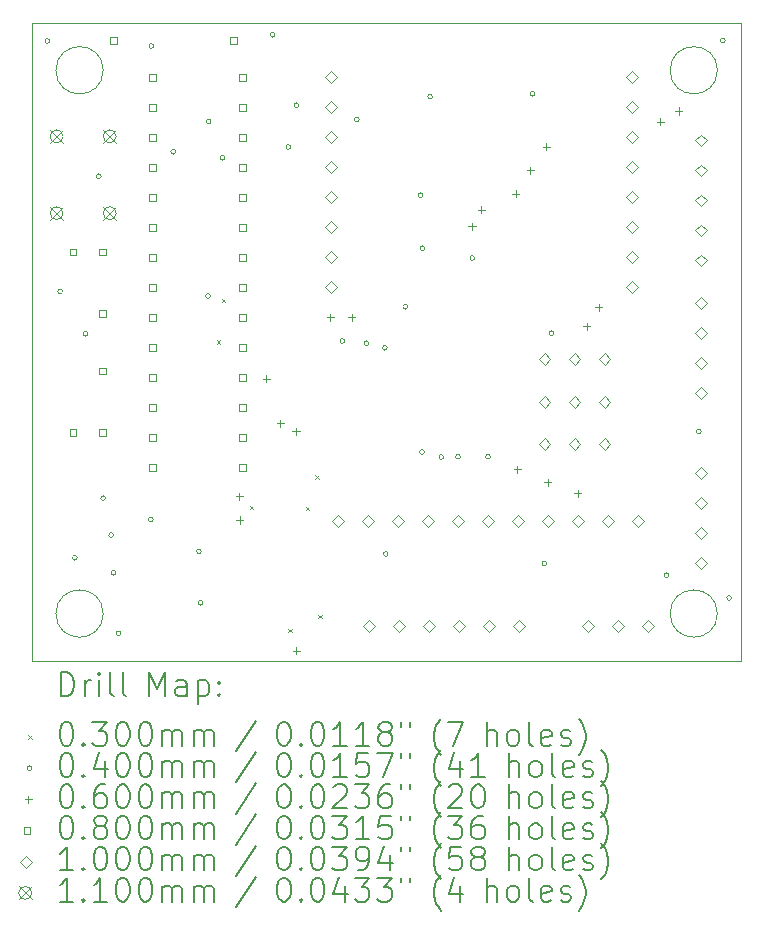
<source format=gbr>
%TF.GenerationSoftware,KiCad,Pcbnew,(7.0.0)*%
%TF.CreationDate,2023-07-05T19:52:17+02:00*%
%TF.ProjectId,atmega328p-gate_controller,61746d65-6761-4333-9238-702d67617465,rev?*%
%TF.SameCoordinates,Original*%
%TF.FileFunction,Drillmap*%
%TF.FilePolarity,Positive*%
%FSLAX45Y45*%
G04 Gerber Fmt 4.5, Leading zero omitted, Abs format (unit mm)*
G04 Created by KiCad (PCBNEW (7.0.0)) date 2023-07-05 19:52:17*
%MOMM*%
%LPD*%
G01*
G04 APERTURE LIST*
%ADD10C,0.100000*%
%ADD11C,0.200000*%
%ADD12C,0.030000*%
%ADD13C,0.040000*%
%ADD14C,0.060000*%
%ADD15C,0.080000*%
%ADD16C,0.110000*%
G04 APERTURE END LIST*
D10*
X5802500Y-5355000D02*
G75*
G03*
X5802500Y-5355000I-200000J0D01*
G01*
X5202500Y-4955000D02*
X11202500Y-4955000D01*
X11202500Y-4955000D02*
X11202500Y-10355000D01*
X11202500Y-10355000D02*
X5202500Y-10355000D01*
X5202500Y-10355000D02*
X5202500Y-4955000D01*
X11002500Y-9955000D02*
G75*
G03*
X11002500Y-9955000I-200000J0D01*
G01*
X11002500Y-5355000D02*
G75*
G03*
X11002500Y-5355000I-200000J0D01*
G01*
X5802500Y-9955000D02*
G75*
G03*
X5802500Y-9955000I-200000J0D01*
G01*
D11*
D12*
X6762500Y-7640000D02*
X6792500Y-7670000D01*
X6792500Y-7640000D02*
X6762500Y-7670000D01*
X6805000Y-7287500D02*
X6835000Y-7317500D01*
X6835000Y-7287500D02*
X6805000Y-7317500D01*
X7045000Y-9042500D02*
X7075000Y-9072500D01*
X7075000Y-9042500D02*
X7045000Y-9072500D01*
X7370000Y-10082500D02*
X7400000Y-10112500D01*
X7400000Y-10082500D02*
X7370000Y-10112500D01*
X7517500Y-9050000D02*
X7547500Y-9080000D01*
X7547500Y-9050000D02*
X7517500Y-9080000D01*
X7600000Y-8782500D02*
X7630000Y-8812500D01*
X7630000Y-8782500D02*
X7600000Y-8812500D01*
X7622500Y-9965000D02*
X7652500Y-9995000D01*
X7652500Y-9965000D02*
X7622500Y-9995000D01*
D13*
X5350000Y-5107500D02*
G75*
G03*
X5350000Y-5107500I-20000J0D01*
G01*
X5457500Y-7227500D02*
G75*
G03*
X5457500Y-7227500I-20000J0D01*
G01*
X5582500Y-9482500D02*
G75*
G03*
X5582500Y-9482500I-20000J0D01*
G01*
X5672500Y-7587500D02*
G75*
G03*
X5672500Y-7587500I-20000J0D01*
G01*
X5785000Y-6252500D02*
G75*
G03*
X5785000Y-6252500I-20000J0D01*
G01*
X5822500Y-8977500D02*
G75*
G03*
X5822500Y-8977500I-20000J0D01*
G01*
X5890000Y-9290000D02*
G75*
G03*
X5890000Y-9290000I-20000J0D01*
G01*
X5910000Y-9610000D02*
G75*
G03*
X5910000Y-9610000I-20000J0D01*
G01*
X5952500Y-10122500D02*
G75*
G03*
X5952500Y-10122500I-20000J0D01*
G01*
X6225421Y-9158017D02*
G75*
G03*
X6225421Y-9158017I-20000J0D01*
G01*
X6230000Y-5150000D02*
G75*
G03*
X6230000Y-5150000I-20000J0D01*
G01*
X6415000Y-6045000D02*
G75*
G03*
X6415000Y-6045000I-20000J0D01*
G01*
X6632500Y-9427500D02*
G75*
G03*
X6632500Y-9427500I-20000J0D01*
G01*
X6647500Y-9865000D02*
G75*
G03*
X6647500Y-9865000I-20000J0D01*
G01*
X6710000Y-7267500D02*
G75*
G03*
X6710000Y-7267500I-20000J0D01*
G01*
X6715000Y-5787500D02*
G75*
G03*
X6715000Y-5787500I-20000J0D01*
G01*
X6832500Y-6095000D02*
G75*
G03*
X6832500Y-6095000I-20000J0D01*
G01*
X7257500Y-5055000D02*
G75*
G03*
X7257500Y-5055000I-20000J0D01*
G01*
X7390000Y-6005000D02*
G75*
G03*
X7390000Y-6005000I-20000J0D01*
G01*
X7457500Y-5650000D02*
G75*
G03*
X7457500Y-5650000I-20000J0D01*
G01*
X7847500Y-7647500D02*
G75*
G03*
X7847500Y-7647500I-20000J0D01*
G01*
X7970000Y-5770000D02*
G75*
G03*
X7970000Y-5770000I-20000J0D01*
G01*
X8050000Y-7665000D02*
G75*
G03*
X8050000Y-7665000I-20000J0D01*
G01*
X8207500Y-7705000D02*
G75*
G03*
X8207500Y-7705000I-20000J0D01*
G01*
X8215000Y-9450000D02*
G75*
G03*
X8215000Y-9450000I-20000J0D01*
G01*
X8380000Y-7357500D02*
G75*
G03*
X8380000Y-7357500I-20000J0D01*
G01*
X8510000Y-6412500D02*
G75*
G03*
X8510000Y-6412500I-20000J0D01*
G01*
X8521250Y-8586250D02*
G75*
G03*
X8521250Y-8586250I-20000J0D01*
G01*
X8525000Y-6862500D02*
G75*
G03*
X8525000Y-6862500I-20000J0D01*
G01*
X8590000Y-5577500D02*
G75*
G03*
X8590000Y-5577500I-20000J0D01*
G01*
X8685000Y-8630000D02*
G75*
G03*
X8685000Y-8630000I-20000J0D01*
G01*
X8827000Y-8627500D02*
G75*
G03*
X8827000Y-8627500I-20000J0D01*
G01*
X8947500Y-6945000D02*
G75*
G03*
X8947500Y-6945000I-20000J0D01*
G01*
X9081000Y-8627500D02*
G75*
G03*
X9081000Y-8627500I-20000J0D01*
G01*
X9457500Y-5555000D02*
G75*
G03*
X9457500Y-5555000I-20000J0D01*
G01*
X9557500Y-9530000D02*
G75*
G03*
X9557500Y-9530000I-20000J0D01*
G01*
X9617500Y-7580000D02*
G75*
G03*
X9617500Y-7580000I-20000J0D01*
G01*
X10592500Y-9630000D02*
G75*
G03*
X10592500Y-9630000I-20000J0D01*
G01*
X10865000Y-8412500D02*
G75*
G03*
X10865000Y-8412500I-20000J0D01*
G01*
X11067500Y-5102500D02*
G75*
G03*
X11067500Y-5102500I-20000J0D01*
G01*
X11122500Y-9822500D02*
G75*
G03*
X11122500Y-9822500I-20000J0D01*
G01*
D14*
X6955000Y-8930000D02*
X6955000Y-8990000D01*
X6925000Y-8960000D02*
X6985000Y-8960000D01*
X6957500Y-9132500D02*
X6957500Y-9192500D01*
X6927500Y-9162500D02*
X6987500Y-9162500D01*
X7182500Y-7937500D02*
X7182500Y-7997500D01*
X7152500Y-7967500D02*
X7212500Y-7967500D01*
X7302500Y-8312500D02*
X7302500Y-8372500D01*
X7272500Y-8342500D02*
X7332500Y-8342500D01*
X7435000Y-8382500D02*
X7435000Y-8442500D01*
X7405000Y-8412500D02*
X7465000Y-8412500D01*
X7437500Y-10240000D02*
X7437500Y-10300000D01*
X7407500Y-10270000D02*
X7467500Y-10270000D01*
X7725000Y-7415500D02*
X7725000Y-7475500D01*
X7695000Y-7445500D02*
X7755000Y-7445500D01*
X7905000Y-7415500D02*
X7905000Y-7475500D01*
X7875000Y-7445500D02*
X7935000Y-7445500D01*
X8925000Y-6645000D02*
X8925000Y-6705000D01*
X8895000Y-6675000D02*
X8955000Y-6675000D01*
X9005000Y-6505000D02*
X9005000Y-6565000D01*
X8975000Y-6535000D02*
X9035000Y-6535000D01*
X9295000Y-6370000D02*
X9295000Y-6430000D01*
X9265000Y-6400000D02*
X9325000Y-6400000D01*
X9310000Y-8705000D02*
X9310000Y-8765000D01*
X9280000Y-8735000D02*
X9340000Y-8735000D01*
X9417500Y-6170000D02*
X9417500Y-6230000D01*
X9387500Y-6200000D02*
X9447500Y-6200000D01*
X9555000Y-5972500D02*
X9555000Y-6032500D01*
X9525000Y-6002500D02*
X9585000Y-6002500D01*
X9567500Y-8815050D02*
X9567500Y-8875050D01*
X9537500Y-8845050D02*
X9597500Y-8845050D01*
X9820000Y-8907500D02*
X9820000Y-8967500D01*
X9790000Y-8937500D02*
X9850000Y-8937500D01*
X9895000Y-7492500D02*
X9895000Y-7552500D01*
X9865000Y-7522500D02*
X9925000Y-7522500D01*
X9997500Y-7332500D02*
X9997500Y-7392500D01*
X9967500Y-7362500D02*
X10027500Y-7362500D01*
X10517500Y-5762500D02*
X10517500Y-5822500D01*
X10487500Y-5792500D02*
X10547500Y-5792500D01*
X10675000Y-5670000D02*
X10675000Y-5730000D01*
X10645000Y-5700000D02*
X10705000Y-5700000D01*
D15*
X5575785Y-6923284D02*
X5575785Y-6866715D01*
X5519216Y-6866715D01*
X5519216Y-6923284D01*
X5575785Y-6923284D01*
X5575785Y-8448285D02*
X5575785Y-8391716D01*
X5519216Y-8391716D01*
X5519216Y-8448285D01*
X5575785Y-8448285D01*
X5825784Y-6923284D02*
X5825784Y-6866715D01*
X5769215Y-6866715D01*
X5769215Y-6923284D01*
X5825784Y-6923284D01*
X5825784Y-7440284D02*
X5825784Y-7383715D01*
X5769215Y-7383715D01*
X5769215Y-7440284D01*
X5825784Y-7440284D01*
X5825784Y-7928284D02*
X5825784Y-7871715D01*
X5769215Y-7871715D01*
X5769215Y-7928284D01*
X5825784Y-7928284D01*
X5825784Y-8448285D02*
X5825784Y-8391716D01*
X5769215Y-8391716D01*
X5769215Y-8448285D01*
X5825784Y-8448285D01*
X5917784Y-5130785D02*
X5917784Y-5074216D01*
X5861215Y-5074216D01*
X5861215Y-5130785D01*
X5917784Y-5130785D01*
X6246284Y-5441785D02*
X6246284Y-5385216D01*
X6189715Y-5385216D01*
X6189715Y-5441785D01*
X6246284Y-5441785D01*
X6246284Y-5695784D02*
X6246284Y-5639215D01*
X6189715Y-5639215D01*
X6189715Y-5695784D01*
X6246284Y-5695784D01*
X6246284Y-5949784D02*
X6246284Y-5893215D01*
X6189715Y-5893215D01*
X6189715Y-5949784D01*
X6246284Y-5949784D01*
X6246284Y-6203784D02*
X6246284Y-6147215D01*
X6189715Y-6147215D01*
X6189715Y-6203784D01*
X6246284Y-6203784D01*
X6246284Y-6457784D02*
X6246284Y-6401215D01*
X6189715Y-6401215D01*
X6189715Y-6457784D01*
X6246284Y-6457784D01*
X6246284Y-6711784D02*
X6246284Y-6655215D01*
X6189715Y-6655215D01*
X6189715Y-6711784D01*
X6246284Y-6711784D01*
X6246284Y-6965784D02*
X6246284Y-6909215D01*
X6189715Y-6909215D01*
X6189715Y-6965784D01*
X6246284Y-6965784D01*
X6246284Y-7219784D02*
X6246284Y-7163215D01*
X6189715Y-7163215D01*
X6189715Y-7219784D01*
X6246284Y-7219784D01*
X6246284Y-7473784D02*
X6246284Y-7417215D01*
X6189715Y-7417215D01*
X6189715Y-7473784D01*
X6246284Y-7473784D01*
X6246284Y-7727784D02*
X6246284Y-7671215D01*
X6189715Y-7671215D01*
X6189715Y-7727784D01*
X6246284Y-7727784D01*
X6246284Y-7981784D02*
X6246284Y-7925215D01*
X6189715Y-7925215D01*
X6189715Y-7981784D01*
X6246284Y-7981784D01*
X6246284Y-8235784D02*
X6246284Y-8179215D01*
X6189715Y-8179215D01*
X6189715Y-8235784D01*
X6246284Y-8235784D01*
X6246284Y-8489785D02*
X6246284Y-8433216D01*
X6189715Y-8433216D01*
X6189715Y-8489785D01*
X6246284Y-8489785D01*
X6246284Y-8743785D02*
X6246284Y-8687216D01*
X6189715Y-8687216D01*
X6189715Y-8743785D01*
X6246284Y-8743785D01*
X6933784Y-5130785D02*
X6933784Y-5074216D01*
X6877215Y-5074216D01*
X6877215Y-5130785D01*
X6933784Y-5130785D01*
X7008284Y-5441785D02*
X7008284Y-5385216D01*
X6951715Y-5385216D01*
X6951715Y-5441785D01*
X7008284Y-5441785D01*
X7008284Y-5695784D02*
X7008284Y-5639215D01*
X6951715Y-5639215D01*
X6951715Y-5695784D01*
X7008284Y-5695784D01*
X7008284Y-5949784D02*
X7008284Y-5893215D01*
X6951715Y-5893215D01*
X6951715Y-5949784D01*
X7008284Y-5949784D01*
X7008284Y-6203784D02*
X7008284Y-6147215D01*
X6951715Y-6147215D01*
X6951715Y-6203784D01*
X7008284Y-6203784D01*
X7008284Y-6457784D02*
X7008284Y-6401215D01*
X6951715Y-6401215D01*
X6951715Y-6457784D01*
X7008284Y-6457784D01*
X7008284Y-6711784D02*
X7008284Y-6655215D01*
X6951715Y-6655215D01*
X6951715Y-6711784D01*
X7008284Y-6711784D01*
X7008284Y-6965784D02*
X7008284Y-6909215D01*
X6951715Y-6909215D01*
X6951715Y-6965784D01*
X7008284Y-6965784D01*
X7008284Y-7219784D02*
X7008284Y-7163215D01*
X6951715Y-7163215D01*
X6951715Y-7219784D01*
X7008284Y-7219784D01*
X7008284Y-7473784D02*
X7008284Y-7417215D01*
X6951715Y-7417215D01*
X6951715Y-7473784D01*
X7008284Y-7473784D01*
X7008284Y-7727784D02*
X7008284Y-7671215D01*
X6951715Y-7671215D01*
X6951715Y-7727784D01*
X7008284Y-7727784D01*
X7008284Y-7981784D02*
X7008284Y-7925215D01*
X6951715Y-7925215D01*
X6951715Y-7981784D01*
X7008284Y-7981784D01*
X7008284Y-8235784D02*
X7008284Y-8179215D01*
X6951715Y-8179215D01*
X6951715Y-8235784D01*
X7008284Y-8235784D01*
X7008284Y-8489785D02*
X7008284Y-8433216D01*
X6951715Y-8433216D01*
X6951715Y-8489785D01*
X7008284Y-8489785D01*
X7008284Y-8743785D02*
X7008284Y-8687216D01*
X6951715Y-8687216D01*
X6951715Y-8743785D01*
X7008284Y-8743785D01*
D10*
X7732500Y-5459500D02*
X7782500Y-5409500D01*
X7732500Y-5359500D01*
X7682500Y-5409500D01*
X7732500Y-5459500D01*
X7732500Y-5713500D02*
X7782500Y-5663500D01*
X7732500Y-5613500D01*
X7682500Y-5663500D01*
X7732500Y-5713500D01*
X7732500Y-5967500D02*
X7782500Y-5917500D01*
X7732500Y-5867500D01*
X7682500Y-5917500D01*
X7732500Y-5967500D01*
X7732500Y-6221500D02*
X7782500Y-6171500D01*
X7732500Y-6121500D01*
X7682500Y-6171500D01*
X7732500Y-6221500D01*
X7732500Y-6475500D02*
X7782500Y-6425500D01*
X7732500Y-6375500D01*
X7682500Y-6425500D01*
X7732500Y-6475500D01*
X7732500Y-6729500D02*
X7782500Y-6679500D01*
X7732500Y-6629500D01*
X7682500Y-6679500D01*
X7732500Y-6729500D01*
X7732500Y-6983500D02*
X7782500Y-6933500D01*
X7732500Y-6883500D01*
X7682500Y-6933500D01*
X7732500Y-6983500D01*
X7732500Y-7237500D02*
X7782500Y-7187500D01*
X7732500Y-7137500D01*
X7682500Y-7187500D01*
X7732500Y-7237500D01*
X7791000Y-9220000D02*
X7841000Y-9170000D01*
X7791000Y-9120000D01*
X7741000Y-9170000D01*
X7791000Y-9220000D01*
X8045000Y-9220000D02*
X8095000Y-9170000D01*
X8045000Y-9120000D01*
X7995000Y-9170000D01*
X8045000Y-9220000D01*
X8052500Y-10110000D02*
X8102500Y-10060000D01*
X8052500Y-10010000D01*
X8002500Y-10060000D01*
X8052500Y-10110000D01*
X8299000Y-9220000D02*
X8349000Y-9170000D01*
X8299000Y-9120000D01*
X8249000Y-9170000D01*
X8299000Y-9220000D01*
X8306500Y-10110000D02*
X8356500Y-10060000D01*
X8306500Y-10010000D01*
X8256500Y-10060000D01*
X8306500Y-10110000D01*
X8553000Y-9220000D02*
X8603000Y-9170000D01*
X8553000Y-9120000D01*
X8503000Y-9170000D01*
X8553000Y-9220000D01*
X8560500Y-10110000D02*
X8610500Y-10060000D01*
X8560500Y-10010000D01*
X8510500Y-10060000D01*
X8560500Y-10110000D01*
X8807000Y-9220000D02*
X8857000Y-9170000D01*
X8807000Y-9120000D01*
X8757000Y-9170000D01*
X8807000Y-9220000D01*
X8814500Y-10110000D02*
X8864500Y-10060000D01*
X8814500Y-10010000D01*
X8764500Y-10060000D01*
X8814500Y-10110000D01*
X9061000Y-9220000D02*
X9111000Y-9170000D01*
X9061000Y-9120000D01*
X9011000Y-9170000D01*
X9061000Y-9220000D01*
X9068500Y-10110000D02*
X9118500Y-10060000D01*
X9068500Y-10010000D01*
X9018500Y-10060000D01*
X9068500Y-10110000D01*
X9315000Y-9220000D02*
X9365000Y-9170000D01*
X9315000Y-9120000D01*
X9265000Y-9170000D01*
X9315000Y-9220000D01*
X9322500Y-10110000D02*
X9372500Y-10060000D01*
X9322500Y-10010000D01*
X9272500Y-10060000D01*
X9322500Y-10110000D01*
X9539500Y-7852500D02*
X9589500Y-7802500D01*
X9539500Y-7752500D01*
X9489500Y-7802500D01*
X9539500Y-7852500D01*
X9539500Y-8212500D02*
X9589500Y-8162500D01*
X9539500Y-8112500D01*
X9489500Y-8162500D01*
X9539500Y-8212500D01*
X9539500Y-8572500D02*
X9589500Y-8522500D01*
X9539500Y-8472500D01*
X9489500Y-8522500D01*
X9539500Y-8572500D01*
X9569000Y-9220000D02*
X9619000Y-9170000D01*
X9569000Y-9120000D01*
X9519000Y-9170000D01*
X9569000Y-9220000D01*
X9793500Y-7852500D02*
X9843500Y-7802500D01*
X9793500Y-7752500D01*
X9743500Y-7802500D01*
X9793500Y-7852500D01*
X9793500Y-8212500D02*
X9843500Y-8162500D01*
X9793500Y-8112500D01*
X9743500Y-8162500D01*
X9793500Y-8212500D01*
X9793500Y-8572500D02*
X9843500Y-8522500D01*
X9793500Y-8472500D01*
X9743500Y-8522500D01*
X9793500Y-8572500D01*
X9823000Y-9220000D02*
X9873000Y-9170000D01*
X9823000Y-9120000D01*
X9773000Y-9170000D01*
X9823000Y-9220000D01*
X9905000Y-10110000D02*
X9955000Y-10060000D01*
X9905000Y-10010000D01*
X9855000Y-10060000D01*
X9905000Y-10110000D01*
X10047500Y-7852500D02*
X10097500Y-7802500D01*
X10047500Y-7752500D01*
X9997500Y-7802500D01*
X10047500Y-7852500D01*
X10047500Y-8212500D02*
X10097500Y-8162500D01*
X10047500Y-8112500D01*
X9997500Y-8162500D01*
X10047500Y-8212500D01*
X10047500Y-8572500D02*
X10097500Y-8522500D01*
X10047500Y-8472500D01*
X9997500Y-8522500D01*
X10047500Y-8572500D01*
X10077000Y-9220000D02*
X10127000Y-9170000D01*
X10077000Y-9120000D01*
X10027000Y-9170000D01*
X10077000Y-9220000D01*
X10159000Y-10110000D02*
X10209000Y-10060000D01*
X10159000Y-10010000D01*
X10109000Y-10060000D01*
X10159000Y-10110000D01*
X10282500Y-5459500D02*
X10332500Y-5409500D01*
X10282500Y-5359500D01*
X10232500Y-5409500D01*
X10282500Y-5459500D01*
X10282500Y-5713500D02*
X10332500Y-5663500D01*
X10282500Y-5613500D01*
X10232500Y-5663500D01*
X10282500Y-5713500D01*
X10282500Y-5967500D02*
X10332500Y-5917500D01*
X10282500Y-5867500D01*
X10232500Y-5917500D01*
X10282500Y-5967500D01*
X10282500Y-6221500D02*
X10332500Y-6171500D01*
X10282500Y-6121500D01*
X10232500Y-6171500D01*
X10282500Y-6221500D01*
X10282500Y-6475500D02*
X10332500Y-6425500D01*
X10282500Y-6375500D01*
X10232500Y-6425500D01*
X10282500Y-6475500D01*
X10282500Y-6729500D02*
X10332500Y-6679500D01*
X10282500Y-6629500D01*
X10232500Y-6679500D01*
X10282500Y-6729500D01*
X10282500Y-6983500D02*
X10332500Y-6933500D01*
X10282500Y-6883500D01*
X10232500Y-6933500D01*
X10282500Y-6983500D01*
X10282500Y-7237500D02*
X10332500Y-7187500D01*
X10282500Y-7137500D01*
X10232500Y-7187500D01*
X10282500Y-7237500D01*
X10331000Y-9220000D02*
X10381000Y-9170000D01*
X10331000Y-9120000D01*
X10281000Y-9170000D01*
X10331000Y-9220000D01*
X10413000Y-10110000D02*
X10463000Y-10060000D01*
X10413000Y-10010000D01*
X10363000Y-10060000D01*
X10413000Y-10110000D01*
X10862500Y-5999000D02*
X10912500Y-5949000D01*
X10862500Y-5899000D01*
X10812500Y-5949000D01*
X10862500Y-5999000D01*
X10862500Y-6253000D02*
X10912500Y-6203000D01*
X10862500Y-6153000D01*
X10812500Y-6203000D01*
X10862500Y-6253000D01*
X10862500Y-6507000D02*
X10912500Y-6457000D01*
X10862500Y-6407000D01*
X10812500Y-6457000D01*
X10862500Y-6507000D01*
X10862500Y-6761000D02*
X10912500Y-6711000D01*
X10862500Y-6661000D01*
X10812500Y-6711000D01*
X10862500Y-6761000D01*
X10862500Y-7015000D02*
X10912500Y-6965000D01*
X10862500Y-6915000D01*
X10812500Y-6965000D01*
X10862500Y-7015000D01*
X10862500Y-7372500D02*
X10912500Y-7322500D01*
X10862500Y-7272500D01*
X10812500Y-7322500D01*
X10862500Y-7372500D01*
X10862500Y-7626500D02*
X10912500Y-7576500D01*
X10862500Y-7526500D01*
X10812500Y-7576500D01*
X10862500Y-7626500D01*
X10862500Y-7880500D02*
X10912500Y-7830500D01*
X10862500Y-7780500D01*
X10812500Y-7830500D01*
X10862500Y-7880500D01*
X10862500Y-8134500D02*
X10912500Y-8084500D01*
X10862500Y-8034500D01*
X10812500Y-8084500D01*
X10862500Y-8134500D01*
X10862500Y-8814500D02*
X10912500Y-8764500D01*
X10862500Y-8714500D01*
X10812500Y-8764500D01*
X10862500Y-8814500D01*
X10862500Y-9068500D02*
X10912500Y-9018500D01*
X10862500Y-8968500D01*
X10812500Y-9018500D01*
X10862500Y-9068500D01*
X10862500Y-9322500D02*
X10912500Y-9272500D01*
X10862500Y-9222500D01*
X10812500Y-9272500D01*
X10862500Y-9322500D01*
X10862500Y-9576500D02*
X10912500Y-9526500D01*
X10862500Y-9476500D01*
X10812500Y-9526500D01*
X10862500Y-9576500D01*
D16*
X5352500Y-5860000D02*
X5462500Y-5970000D01*
X5462500Y-5860000D02*
X5352500Y-5970000D01*
X5462500Y-5915000D02*
G75*
G03*
X5462500Y-5915000I-55000J0D01*
G01*
X5352500Y-6510000D02*
X5462500Y-6620000D01*
X5462500Y-6510000D02*
X5352500Y-6620000D01*
X5462500Y-6565000D02*
G75*
G03*
X5462500Y-6565000I-55000J0D01*
G01*
X5802500Y-5860000D02*
X5912500Y-5970000D01*
X5912500Y-5860000D02*
X5802500Y-5970000D01*
X5912500Y-5915000D02*
G75*
G03*
X5912500Y-5915000I-55000J0D01*
G01*
X5802500Y-6510000D02*
X5912500Y-6620000D01*
X5912500Y-6510000D02*
X5802500Y-6620000D01*
X5912500Y-6565000D02*
G75*
G03*
X5912500Y-6565000I-55000J0D01*
G01*
D11*
X5445119Y-10653476D02*
X5445119Y-10453476D01*
X5445119Y-10453476D02*
X5492738Y-10453476D01*
X5492738Y-10453476D02*
X5521310Y-10463000D01*
X5521310Y-10463000D02*
X5540357Y-10482048D01*
X5540357Y-10482048D02*
X5549881Y-10501095D01*
X5549881Y-10501095D02*
X5559405Y-10539190D01*
X5559405Y-10539190D02*
X5559405Y-10567762D01*
X5559405Y-10567762D02*
X5549881Y-10605857D01*
X5549881Y-10605857D02*
X5540357Y-10624905D01*
X5540357Y-10624905D02*
X5521310Y-10643952D01*
X5521310Y-10643952D02*
X5492738Y-10653476D01*
X5492738Y-10653476D02*
X5445119Y-10653476D01*
X5645119Y-10653476D02*
X5645119Y-10520143D01*
X5645119Y-10558238D02*
X5654643Y-10539190D01*
X5654643Y-10539190D02*
X5664167Y-10529667D01*
X5664167Y-10529667D02*
X5683214Y-10520143D01*
X5683214Y-10520143D02*
X5702262Y-10520143D01*
X5768928Y-10653476D02*
X5768928Y-10520143D01*
X5768928Y-10453476D02*
X5759405Y-10463000D01*
X5759405Y-10463000D02*
X5768928Y-10472524D01*
X5768928Y-10472524D02*
X5778452Y-10463000D01*
X5778452Y-10463000D02*
X5768928Y-10453476D01*
X5768928Y-10453476D02*
X5768928Y-10472524D01*
X5892738Y-10653476D02*
X5873690Y-10643952D01*
X5873690Y-10643952D02*
X5864167Y-10624905D01*
X5864167Y-10624905D02*
X5864167Y-10453476D01*
X5997500Y-10653476D02*
X5978452Y-10643952D01*
X5978452Y-10643952D02*
X5968928Y-10624905D01*
X5968928Y-10624905D02*
X5968928Y-10453476D01*
X6193690Y-10653476D02*
X6193690Y-10453476D01*
X6193690Y-10453476D02*
X6260357Y-10596333D01*
X6260357Y-10596333D02*
X6327024Y-10453476D01*
X6327024Y-10453476D02*
X6327024Y-10653476D01*
X6507976Y-10653476D02*
X6507976Y-10548714D01*
X6507976Y-10548714D02*
X6498452Y-10529667D01*
X6498452Y-10529667D02*
X6479405Y-10520143D01*
X6479405Y-10520143D02*
X6441309Y-10520143D01*
X6441309Y-10520143D02*
X6422262Y-10529667D01*
X6507976Y-10643952D02*
X6488928Y-10653476D01*
X6488928Y-10653476D02*
X6441309Y-10653476D01*
X6441309Y-10653476D02*
X6422262Y-10643952D01*
X6422262Y-10643952D02*
X6412738Y-10624905D01*
X6412738Y-10624905D02*
X6412738Y-10605857D01*
X6412738Y-10605857D02*
X6422262Y-10586810D01*
X6422262Y-10586810D02*
X6441309Y-10577286D01*
X6441309Y-10577286D02*
X6488928Y-10577286D01*
X6488928Y-10577286D02*
X6507976Y-10567762D01*
X6603214Y-10520143D02*
X6603214Y-10720143D01*
X6603214Y-10529667D02*
X6622262Y-10520143D01*
X6622262Y-10520143D02*
X6660357Y-10520143D01*
X6660357Y-10520143D02*
X6679405Y-10529667D01*
X6679405Y-10529667D02*
X6688928Y-10539190D01*
X6688928Y-10539190D02*
X6698452Y-10558238D01*
X6698452Y-10558238D02*
X6698452Y-10615381D01*
X6698452Y-10615381D02*
X6688928Y-10634429D01*
X6688928Y-10634429D02*
X6679405Y-10643952D01*
X6679405Y-10643952D02*
X6660357Y-10653476D01*
X6660357Y-10653476D02*
X6622262Y-10653476D01*
X6622262Y-10653476D02*
X6603214Y-10643952D01*
X6784167Y-10634429D02*
X6793690Y-10643952D01*
X6793690Y-10643952D02*
X6784167Y-10653476D01*
X6784167Y-10653476D02*
X6774643Y-10643952D01*
X6774643Y-10643952D02*
X6784167Y-10634429D01*
X6784167Y-10634429D02*
X6784167Y-10653476D01*
X6784167Y-10529667D02*
X6793690Y-10539190D01*
X6793690Y-10539190D02*
X6784167Y-10548714D01*
X6784167Y-10548714D02*
X6774643Y-10539190D01*
X6774643Y-10539190D02*
X6784167Y-10529667D01*
X6784167Y-10529667D02*
X6784167Y-10548714D01*
D12*
X5167500Y-10985000D02*
X5197500Y-11015000D01*
X5197500Y-10985000D02*
X5167500Y-11015000D01*
D11*
X5483214Y-10873476D02*
X5502262Y-10873476D01*
X5502262Y-10873476D02*
X5521310Y-10883000D01*
X5521310Y-10883000D02*
X5530833Y-10892524D01*
X5530833Y-10892524D02*
X5540357Y-10911571D01*
X5540357Y-10911571D02*
X5549881Y-10949667D01*
X5549881Y-10949667D02*
X5549881Y-10997286D01*
X5549881Y-10997286D02*
X5540357Y-11035381D01*
X5540357Y-11035381D02*
X5530833Y-11054429D01*
X5530833Y-11054429D02*
X5521310Y-11063952D01*
X5521310Y-11063952D02*
X5502262Y-11073476D01*
X5502262Y-11073476D02*
X5483214Y-11073476D01*
X5483214Y-11073476D02*
X5464167Y-11063952D01*
X5464167Y-11063952D02*
X5454643Y-11054429D01*
X5454643Y-11054429D02*
X5445119Y-11035381D01*
X5445119Y-11035381D02*
X5435595Y-10997286D01*
X5435595Y-10997286D02*
X5435595Y-10949667D01*
X5435595Y-10949667D02*
X5445119Y-10911571D01*
X5445119Y-10911571D02*
X5454643Y-10892524D01*
X5454643Y-10892524D02*
X5464167Y-10883000D01*
X5464167Y-10883000D02*
X5483214Y-10873476D01*
X5635595Y-11054429D02*
X5645119Y-11063952D01*
X5645119Y-11063952D02*
X5635595Y-11073476D01*
X5635595Y-11073476D02*
X5626071Y-11063952D01*
X5626071Y-11063952D02*
X5635595Y-11054429D01*
X5635595Y-11054429D02*
X5635595Y-11073476D01*
X5711786Y-10873476D02*
X5835595Y-10873476D01*
X5835595Y-10873476D02*
X5768928Y-10949667D01*
X5768928Y-10949667D02*
X5797500Y-10949667D01*
X5797500Y-10949667D02*
X5816548Y-10959190D01*
X5816548Y-10959190D02*
X5826071Y-10968714D01*
X5826071Y-10968714D02*
X5835595Y-10987762D01*
X5835595Y-10987762D02*
X5835595Y-11035381D01*
X5835595Y-11035381D02*
X5826071Y-11054429D01*
X5826071Y-11054429D02*
X5816548Y-11063952D01*
X5816548Y-11063952D02*
X5797500Y-11073476D01*
X5797500Y-11073476D02*
X5740357Y-11073476D01*
X5740357Y-11073476D02*
X5721309Y-11063952D01*
X5721309Y-11063952D02*
X5711786Y-11054429D01*
X5959405Y-10873476D02*
X5978452Y-10873476D01*
X5978452Y-10873476D02*
X5997500Y-10883000D01*
X5997500Y-10883000D02*
X6007024Y-10892524D01*
X6007024Y-10892524D02*
X6016548Y-10911571D01*
X6016548Y-10911571D02*
X6026071Y-10949667D01*
X6026071Y-10949667D02*
X6026071Y-10997286D01*
X6026071Y-10997286D02*
X6016548Y-11035381D01*
X6016548Y-11035381D02*
X6007024Y-11054429D01*
X6007024Y-11054429D02*
X5997500Y-11063952D01*
X5997500Y-11063952D02*
X5978452Y-11073476D01*
X5978452Y-11073476D02*
X5959405Y-11073476D01*
X5959405Y-11073476D02*
X5940357Y-11063952D01*
X5940357Y-11063952D02*
X5930833Y-11054429D01*
X5930833Y-11054429D02*
X5921309Y-11035381D01*
X5921309Y-11035381D02*
X5911786Y-10997286D01*
X5911786Y-10997286D02*
X5911786Y-10949667D01*
X5911786Y-10949667D02*
X5921309Y-10911571D01*
X5921309Y-10911571D02*
X5930833Y-10892524D01*
X5930833Y-10892524D02*
X5940357Y-10883000D01*
X5940357Y-10883000D02*
X5959405Y-10873476D01*
X6149881Y-10873476D02*
X6168929Y-10873476D01*
X6168929Y-10873476D02*
X6187976Y-10883000D01*
X6187976Y-10883000D02*
X6197500Y-10892524D01*
X6197500Y-10892524D02*
X6207024Y-10911571D01*
X6207024Y-10911571D02*
X6216548Y-10949667D01*
X6216548Y-10949667D02*
X6216548Y-10997286D01*
X6216548Y-10997286D02*
X6207024Y-11035381D01*
X6207024Y-11035381D02*
X6197500Y-11054429D01*
X6197500Y-11054429D02*
X6187976Y-11063952D01*
X6187976Y-11063952D02*
X6168929Y-11073476D01*
X6168929Y-11073476D02*
X6149881Y-11073476D01*
X6149881Y-11073476D02*
X6130833Y-11063952D01*
X6130833Y-11063952D02*
X6121309Y-11054429D01*
X6121309Y-11054429D02*
X6111786Y-11035381D01*
X6111786Y-11035381D02*
X6102262Y-10997286D01*
X6102262Y-10997286D02*
X6102262Y-10949667D01*
X6102262Y-10949667D02*
X6111786Y-10911571D01*
X6111786Y-10911571D02*
X6121309Y-10892524D01*
X6121309Y-10892524D02*
X6130833Y-10883000D01*
X6130833Y-10883000D02*
X6149881Y-10873476D01*
X6302262Y-11073476D02*
X6302262Y-10940143D01*
X6302262Y-10959190D02*
X6311786Y-10949667D01*
X6311786Y-10949667D02*
X6330833Y-10940143D01*
X6330833Y-10940143D02*
X6359405Y-10940143D01*
X6359405Y-10940143D02*
X6378452Y-10949667D01*
X6378452Y-10949667D02*
X6387976Y-10968714D01*
X6387976Y-10968714D02*
X6387976Y-11073476D01*
X6387976Y-10968714D02*
X6397500Y-10949667D01*
X6397500Y-10949667D02*
X6416548Y-10940143D01*
X6416548Y-10940143D02*
X6445119Y-10940143D01*
X6445119Y-10940143D02*
X6464167Y-10949667D01*
X6464167Y-10949667D02*
X6473690Y-10968714D01*
X6473690Y-10968714D02*
X6473690Y-11073476D01*
X6568929Y-11073476D02*
X6568929Y-10940143D01*
X6568929Y-10959190D02*
X6578452Y-10949667D01*
X6578452Y-10949667D02*
X6597500Y-10940143D01*
X6597500Y-10940143D02*
X6626071Y-10940143D01*
X6626071Y-10940143D02*
X6645119Y-10949667D01*
X6645119Y-10949667D02*
X6654643Y-10968714D01*
X6654643Y-10968714D02*
X6654643Y-11073476D01*
X6654643Y-10968714D02*
X6664167Y-10949667D01*
X6664167Y-10949667D02*
X6683214Y-10940143D01*
X6683214Y-10940143D02*
X6711786Y-10940143D01*
X6711786Y-10940143D02*
X6730833Y-10949667D01*
X6730833Y-10949667D02*
X6740357Y-10968714D01*
X6740357Y-10968714D02*
X6740357Y-11073476D01*
X7098452Y-10863952D02*
X6927024Y-11121095D01*
X7323214Y-10873476D02*
X7342262Y-10873476D01*
X7342262Y-10873476D02*
X7361310Y-10883000D01*
X7361310Y-10883000D02*
X7370833Y-10892524D01*
X7370833Y-10892524D02*
X7380357Y-10911571D01*
X7380357Y-10911571D02*
X7389881Y-10949667D01*
X7389881Y-10949667D02*
X7389881Y-10997286D01*
X7389881Y-10997286D02*
X7380357Y-11035381D01*
X7380357Y-11035381D02*
X7370833Y-11054429D01*
X7370833Y-11054429D02*
X7361310Y-11063952D01*
X7361310Y-11063952D02*
X7342262Y-11073476D01*
X7342262Y-11073476D02*
X7323214Y-11073476D01*
X7323214Y-11073476D02*
X7304167Y-11063952D01*
X7304167Y-11063952D02*
X7294643Y-11054429D01*
X7294643Y-11054429D02*
X7285119Y-11035381D01*
X7285119Y-11035381D02*
X7275595Y-10997286D01*
X7275595Y-10997286D02*
X7275595Y-10949667D01*
X7275595Y-10949667D02*
X7285119Y-10911571D01*
X7285119Y-10911571D02*
X7294643Y-10892524D01*
X7294643Y-10892524D02*
X7304167Y-10883000D01*
X7304167Y-10883000D02*
X7323214Y-10873476D01*
X7475595Y-11054429D02*
X7485119Y-11063952D01*
X7485119Y-11063952D02*
X7475595Y-11073476D01*
X7475595Y-11073476D02*
X7466071Y-11063952D01*
X7466071Y-11063952D02*
X7475595Y-11054429D01*
X7475595Y-11054429D02*
X7475595Y-11073476D01*
X7608929Y-10873476D02*
X7627976Y-10873476D01*
X7627976Y-10873476D02*
X7647024Y-10883000D01*
X7647024Y-10883000D02*
X7656548Y-10892524D01*
X7656548Y-10892524D02*
X7666071Y-10911571D01*
X7666071Y-10911571D02*
X7675595Y-10949667D01*
X7675595Y-10949667D02*
X7675595Y-10997286D01*
X7675595Y-10997286D02*
X7666071Y-11035381D01*
X7666071Y-11035381D02*
X7656548Y-11054429D01*
X7656548Y-11054429D02*
X7647024Y-11063952D01*
X7647024Y-11063952D02*
X7627976Y-11073476D01*
X7627976Y-11073476D02*
X7608929Y-11073476D01*
X7608929Y-11073476D02*
X7589881Y-11063952D01*
X7589881Y-11063952D02*
X7580357Y-11054429D01*
X7580357Y-11054429D02*
X7570833Y-11035381D01*
X7570833Y-11035381D02*
X7561310Y-10997286D01*
X7561310Y-10997286D02*
X7561310Y-10949667D01*
X7561310Y-10949667D02*
X7570833Y-10911571D01*
X7570833Y-10911571D02*
X7580357Y-10892524D01*
X7580357Y-10892524D02*
X7589881Y-10883000D01*
X7589881Y-10883000D02*
X7608929Y-10873476D01*
X7866071Y-11073476D02*
X7751786Y-11073476D01*
X7808929Y-11073476D02*
X7808929Y-10873476D01*
X7808929Y-10873476D02*
X7789881Y-10902048D01*
X7789881Y-10902048D02*
X7770833Y-10921095D01*
X7770833Y-10921095D02*
X7751786Y-10930619D01*
X8056548Y-11073476D02*
X7942262Y-11073476D01*
X7999405Y-11073476D02*
X7999405Y-10873476D01*
X7999405Y-10873476D02*
X7980357Y-10902048D01*
X7980357Y-10902048D02*
X7961310Y-10921095D01*
X7961310Y-10921095D02*
X7942262Y-10930619D01*
X8170833Y-10959190D02*
X8151786Y-10949667D01*
X8151786Y-10949667D02*
X8142262Y-10940143D01*
X8142262Y-10940143D02*
X8132738Y-10921095D01*
X8132738Y-10921095D02*
X8132738Y-10911571D01*
X8132738Y-10911571D02*
X8142262Y-10892524D01*
X8142262Y-10892524D02*
X8151786Y-10883000D01*
X8151786Y-10883000D02*
X8170833Y-10873476D01*
X8170833Y-10873476D02*
X8208929Y-10873476D01*
X8208929Y-10873476D02*
X8227976Y-10883000D01*
X8227976Y-10883000D02*
X8237500Y-10892524D01*
X8237500Y-10892524D02*
X8247024Y-10911571D01*
X8247024Y-10911571D02*
X8247024Y-10921095D01*
X8247024Y-10921095D02*
X8237500Y-10940143D01*
X8237500Y-10940143D02*
X8227976Y-10949667D01*
X8227976Y-10949667D02*
X8208929Y-10959190D01*
X8208929Y-10959190D02*
X8170833Y-10959190D01*
X8170833Y-10959190D02*
X8151786Y-10968714D01*
X8151786Y-10968714D02*
X8142262Y-10978238D01*
X8142262Y-10978238D02*
X8132738Y-10997286D01*
X8132738Y-10997286D02*
X8132738Y-11035381D01*
X8132738Y-11035381D02*
X8142262Y-11054429D01*
X8142262Y-11054429D02*
X8151786Y-11063952D01*
X8151786Y-11063952D02*
X8170833Y-11073476D01*
X8170833Y-11073476D02*
X8208929Y-11073476D01*
X8208929Y-11073476D02*
X8227976Y-11063952D01*
X8227976Y-11063952D02*
X8237500Y-11054429D01*
X8237500Y-11054429D02*
X8247024Y-11035381D01*
X8247024Y-11035381D02*
X8247024Y-10997286D01*
X8247024Y-10997286D02*
X8237500Y-10978238D01*
X8237500Y-10978238D02*
X8227976Y-10968714D01*
X8227976Y-10968714D02*
X8208929Y-10959190D01*
X8323214Y-10873476D02*
X8323214Y-10911571D01*
X8399405Y-10873476D02*
X8399405Y-10911571D01*
X8662262Y-11149667D02*
X8652738Y-11140143D01*
X8652738Y-11140143D02*
X8633691Y-11111571D01*
X8633691Y-11111571D02*
X8624167Y-11092524D01*
X8624167Y-11092524D02*
X8614643Y-11063952D01*
X8614643Y-11063952D02*
X8605119Y-11016333D01*
X8605119Y-11016333D02*
X8605119Y-10978238D01*
X8605119Y-10978238D02*
X8614643Y-10930619D01*
X8614643Y-10930619D02*
X8624167Y-10902048D01*
X8624167Y-10902048D02*
X8633691Y-10883000D01*
X8633691Y-10883000D02*
X8652738Y-10854429D01*
X8652738Y-10854429D02*
X8662262Y-10844905D01*
X8719405Y-10873476D02*
X8852738Y-10873476D01*
X8852738Y-10873476D02*
X8767024Y-11073476D01*
X9048929Y-11073476D02*
X9048929Y-10873476D01*
X9134643Y-11073476D02*
X9134643Y-10968714D01*
X9134643Y-10968714D02*
X9125119Y-10949667D01*
X9125119Y-10949667D02*
X9106072Y-10940143D01*
X9106072Y-10940143D02*
X9077500Y-10940143D01*
X9077500Y-10940143D02*
X9058453Y-10949667D01*
X9058453Y-10949667D02*
X9048929Y-10959190D01*
X9258453Y-11073476D02*
X9239405Y-11063952D01*
X9239405Y-11063952D02*
X9229881Y-11054429D01*
X9229881Y-11054429D02*
X9220357Y-11035381D01*
X9220357Y-11035381D02*
X9220357Y-10978238D01*
X9220357Y-10978238D02*
X9229881Y-10959190D01*
X9229881Y-10959190D02*
X9239405Y-10949667D01*
X9239405Y-10949667D02*
X9258453Y-10940143D01*
X9258453Y-10940143D02*
X9287024Y-10940143D01*
X9287024Y-10940143D02*
X9306072Y-10949667D01*
X9306072Y-10949667D02*
X9315595Y-10959190D01*
X9315595Y-10959190D02*
X9325119Y-10978238D01*
X9325119Y-10978238D02*
X9325119Y-11035381D01*
X9325119Y-11035381D02*
X9315595Y-11054429D01*
X9315595Y-11054429D02*
X9306072Y-11063952D01*
X9306072Y-11063952D02*
X9287024Y-11073476D01*
X9287024Y-11073476D02*
X9258453Y-11073476D01*
X9439405Y-11073476D02*
X9420357Y-11063952D01*
X9420357Y-11063952D02*
X9410834Y-11044905D01*
X9410834Y-11044905D02*
X9410834Y-10873476D01*
X9591786Y-11063952D02*
X9572738Y-11073476D01*
X9572738Y-11073476D02*
X9534643Y-11073476D01*
X9534643Y-11073476D02*
X9515595Y-11063952D01*
X9515595Y-11063952D02*
X9506072Y-11044905D01*
X9506072Y-11044905D02*
X9506072Y-10968714D01*
X9506072Y-10968714D02*
X9515595Y-10949667D01*
X9515595Y-10949667D02*
X9534643Y-10940143D01*
X9534643Y-10940143D02*
X9572738Y-10940143D01*
X9572738Y-10940143D02*
X9591786Y-10949667D01*
X9591786Y-10949667D02*
X9601310Y-10968714D01*
X9601310Y-10968714D02*
X9601310Y-10987762D01*
X9601310Y-10987762D02*
X9506072Y-11006810D01*
X9677500Y-11063952D02*
X9696548Y-11073476D01*
X9696548Y-11073476D02*
X9734643Y-11073476D01*
X9734643Y-11073476D02*
X9753691Y-11063952D01*
X9753691Y-11063952D02*
X9763215Y-11044905D01*
X9763215Y-11044905D02*
X9763215Y-11035381D01*
X9763215Y-11035381D02*
X9753691Y-11016333D01*
X9753691Y-11016333D02*
X9734643Y-11006810D01*
X9734643Y-11006810D02*
X9706072Y-11006810D01*
X9706072Y-11006810D02*
X9687024Y-10997286D01*
X9687024Y-10997286D02*
X9677500Y-10978238D01*
X9677500Y-10978238D02*
X9677500Y-10968714D01*
X9677500Y-10968714D02*
X9687024Y-10949667D01*
X9687024Y-10949667D02*
X9706072Y-10940143D01*
X9706072Y-10940143D02*
X9734643Y-10940143D01*
X9734643Y-10940143D02*
X9753691Y-10949667D01*
X9829881Y-11149667D02*
X9839405Y-11140143D01*
X9839405Y-11140143D02*
X9858453Y-11111571D01*
X9858453Y-11111571D02*
X9867976Y-11092524D01*
X9867976Y-11092524D02*
X9877500Y-11063952D01*
X9877500Y-11063952D02*
X9887024Y-11016333D01*
X9887024Y-11016333D02*
X9887024Y-10978238D01*
X9887024Y-10978238D02*
X9877500Y-10930619D01*
X9877500Y-10930619D02*
X9867976Y-10902048D01*
X9867976Y-10902048D02*
X9858453Y-10883000D01*
X9858453Y-10883000D02*
X9839405Y-10854429D01*
X9839405Y-10854429D02*
X9829881Y-10844905D01*
D13*
X5197500Y-11264000D02*
G75*
G03*
X5197500Y-11264000I-20000J0D01*
G01*
D11*
X5483214Y-11137476D02*
X5502262Y-11137476D01*
X5502262Y-11137476D02*
X5521310Y-11147000D01*
X5521310Y-11147000D02*
X5530833Y-11156524D01*
X5530833Y-11156524D02*
X5540357Y-11175571D01*
X5540357Y-11175571D02*
X5549881Y-11213667D01*
X5549881Y-11213667D02*
X5549881Y-11261286D01*
X5549881Y-11261286D02*
X5540357Y-11299381D01*
X5540357Y-11299381D02*
X5530833Y-11318428D01*
X5530833Y-11318428D02*
X5521310Y-11327952D01*
X5521310Y-11327952D02*
X5502262Y-11337476D01*
X5502262Y-11337476D02*
X5483214Y-11337476D01*
X5483214Y-11337476D02*
X5464167Y-11327952D01*
X5464167Y-11327952D02*
X5454643Y-11318428D01*
X5454643Y-11318428D02*
X5445119Y-11299381D01*
X5445119Y-11299381D02*
X5435595Y-11261286D01*
X5435595Y-11261286D02*
X5435595Y-11213667D01*
X5435595Y-11213667D02*
X5445119Y-11175571D01*
X5445119Y-11175571D02*
X5454643Y-11156524D01*
X5454643Y-11156524D02*
X5464167Y-11147000D01*
X5464167Y-11147000D02*
X5483214Y-11137476D01*
X5635595Y-11318428D02*
X5645119Y-11327952D01*
X5645119Y-11327952D02*
X5635595Y-11337476D01*
X5635595Y-11337476D02*
X5626071Y-11327952D01*
X5626071Y-11327952D02*
X5635595Y-11318428D01*
X5635595Y-11318428D02*
X5635595Y-11337476D01*
X5816548Y-11204143D02*
X5816548Y-11337476D01*
X5768928Y-11127952D02*
X5721309Y-11270809D01*
X5721309Y-11270809D02*
X5845119Y-11270809D01*
X5959405Y-11137476D02*
X5978452Y-11137476D01*
X5978452Y-11137476D02*
X5997500Y-11147000D01*
X5997500Y-11147000D02*
X6007024Y-11156524D01*
X6007024Y-11156524D02*
X6016548Y-11175571D01*
X6016548Y-11175571D02*
X6026071Y-11213667D01*
X6026071Y-11213667D02*
X6026071Y-11261286D01*
X6026071Y-11261286D02*
X6016548Y-11299381D01*
X6016548Y-11299381D02*
X6007024Y-11318428D01*
X6007024Y-11318428D02*
X5997500Y-11327952D01*
X5997500Y-11327952D02*
X5978452Y-11337476D01*
X5978452Y-11337476D02*
X5959405Y-11337476D01*
X5959405Y-11337476D02*
X5940357Y-11327952D01*
X5940357Y-11327952D02*
X5930833Y-11318428D01*
X5930833Y-11318428D02*
X5921309Y-11299381D01*
X5921309Y-11299381D02*
X5911786Y-11261286D01*
X5911786Y-11261286D02*
X5911786Y-11213667D01*
X5911786Y-11213667D02*
X5921309Y-11175571D01*
X5921309Y-11175571D02*
X5930833Y-11156524D01*
X5930833Y-11156524D02*
X5940357Y-11147000D01*
X5940357Y-11147000D02*
X5959405Y-11137476D01*
X6149881Y-11137476D02*
X6168929Y-11137476D01*
X6168929Y-11137476D02*
X6187976Y-11147000D01*
X6187976Y-11147000D02*
X6197500Y-11156524D01*
X6197500Y-11156524D02*
X6207024Y-11175571D01*
X6207024Y-11175571D02*
X6216548Y-11213667D01*
X6216548Y-11213667D02*
X6216548Y-11261286D01*
X6216548Y-11261286D02*
X6207024Y-11299381D01*
X6207024Y-11299381D02*
X6197500Y-11318428D01*
X6197500Y-11318428D02*
X6187976Y-11327952D01*
X6187976Y-11327952D02*
X6168929Y-11337476D01*
X6168929Y-11337476D02*
X6149881Y-11337476D01*
X6149881Y-11337476D02*
X6130833Y-11327952D01*
X6130833Y-11327952D02*
X6121309Y-11318428D01*
X6121309Y-11318428D02*
X6111786Y-11299381D01*
X6111786Y-11299381D02*
X6102262Y-11261286D01*
X6102262Y-11261286D02*
X6102262Y-11213667D01*
X6102262Y-11213667D02*
X6111786Y-11175571D01*
X6111786Y-11175571D02*
X6121309Y-11156524D01*
X6121309Y-11156524D02*
X6130833Y-11147000D01*
X6130833Y-11147000D02*
X6149881Y-11137476D01*
X6302262Y-11337476D02*
X6302262Y-11204143D01*
X6302262Y-11223190D02*
X6311786Y-11213667D01*
X6311786Y-11213667D02*
X6330833Y-11204143D01*
X6330833Y-11204143D02*
X6359405Y-11204143D01*
X6359405Y-11204143D02*
X6378452Y-11213667D01*
X6378452Y-11213667D02*
X6387976Y-11232714D01*
X6387976Y-11232714D02*
X6387976Y-11337476D01*
X6387976Y-11232714D02*
X6397500Y-11213667D01*
X6397500Y-11213667D02*
X6416548Y-11204143D01*
X6416548Y-11204143D02*
X6445119Y-11204143D01*
X6445119Y-11204143D02*
X6464167Y-11213667D01*
X6464167Y-11213667D02*
X6473690Y-11232714D01*
X6473690Y-11232714D02*
X6473690Y-11337476D01*
X6568929Y-11337476D02*
X6568929Y-11204143D01*
X6568929Y-11223190D02*
X6578452Y-11213667D01*
X6578452Y-11213667D02*
X6597500Y-11204143D01*
X6597500Y-11204143D02*
X6626071Y-11204143D01*
X6626071Y-11204143D02*
X6645119Y-11213667D01*
X6645119Y-11213667D02*
X6654643Y-11232714D01*
X6654643Y-11232714D02*
X6654643Y-11337476D01*
X6654643Y-11232714D02*
X6664167Y-11213667D01*
X6664167Y-11213667D02*
X6683214Y-11204143D01*
X6683214Y-11204143D02*
X6711786Y-11204143D01*
X6711786Y-11204143D02*
X6730833Y-11213667D01*
X6730833Y-11213667D02*
X6740357Y-11232714D01*
X6740357Y-11232714D02*
X6740357Y-11337476D01*
X7098452Y-11127952D02*
X6927024Y-11385095D01*
X7323214Y-11137476D02*
X7342262Y-11137476D01*
X7342262Y-11137476D02*
X7361310Y-11147000D01*
X7361310Y-11147000D02*
X7370833Y-11156524D01*
X7370833Y-11156524D02*
X7380357Y-11175571D01*
X7380357Y-11175571D02*
X7389881Y-11213667D01*
X7389881Y-11213667D02*
X7389881Y-11261286D01*
X7389881Y-11261286D02*
X7380357Y-11299381D01*
X7380357Y-11299381D02*
X7370833Y-11318428D01*
X7370833Y-11318428D02*
X7361310Y-11327952D01*
X7361310Y-11327952D02*
X7342262Y-11337476D01*
X7342262Y-11337476D02*
X7323214Y-11337476D01*
X7323214Y-11337476D02*
X7304167Y-11327952D01*
X7304167Y-11327952D02*
X7294643Y-11318428D01*
X7294643Y-11318428D02*
X7285119Y-11299381D01*
X7285119Y-11299381D02*
X7275595Y-11261286D01*
X7275595Y-11261286D02*
X7275595Y-11213667D01*
X7275595Y-11213667D02*
X7285119Y-11175571D01*
X7285119Y-11175571D02*
X7294643Y-11156524D01*
X7294643Y-11156524D02*
X7304167Y-11147000D01*
X7304167Y-11147000D02*
X7323214Y-11137476D01*
X7475595Y-11318428D02*
X7485119Y-11327952D01*
X7485119Y-11327952D02*
X7475595Y-11337476D01*
X7475595Y-11337476D02*
X7466071Y-11327952D01*
X7466071Y-11327952D02*
X7475595Y-11318428D01*
X7475595Y-11318428D02*
X7475595Y-11337476D01*
X7608929Y-11137476D02*
X7627976Y-11137476D01*
X7627976Y-11137476D02*
X7647024Y-11147000D01*
X7647024Y-11147000D02*
X7656548Y-11156524D01*
X7656548Y-11156524D02*
X7666071Y-11175571D01*
X7666071Y-11175571D02*
X7675595Y-11213667D01*
X7675595Y-11213667D02*
X7675595Y-11261286D01*
X7675595Y-11261286D02*
X7666071Y-11299381D01*
X7666071Y-11299381D02*
X7656548Y-11318428D01*
X7656548Y-11318428D02*
X7647024Y-11327952D01*
X7647024Y-11327952D02*
X7627976Y-11337476D01*
X7627976Y-11337476D02*
X7608929Y-11337476D01*
X7608929Y-11337476D02*
X7589881Y-11327952D01*
X7589881Y-11327952D02*
X7580357Y-11318428D01*
X7580357Y-11318428D02*
X7570833Y-11299381D01*
X7570833Y-11299381D02*
X7561310Y-11261286D01*
X7561310Y-11261286D02*
X7561310Y-11213667D01*
X7561310Y-11213667D02*
X7570833Y-11175571D01*
X7570833Y-11175571D02*
X7580357Y-11156524D01*
X7580357Y-11156524D02*
X7589881Y-11147000D01*
X7589881Y-11147000D02*
X7608929Y-11137476D01*
X7866071Y-11337476D02*
X7751786Y-11337476D01*
X7808929Y-11337476D02*
X7808929Y-11137476D01*
X7808929Y-11137476D02*
X7789881Y-11166048D01*
X7789881Y-11166048D02*
X7770833Y-11185095D01*
X7770833Y-11185095D02*
X7751786Y-11194619D01*
X8047024Y-11137476D02*
X7951786Y-11137476D01*
X7951786Y-11137476D02*
X7942262Y-11232714D01*
X7942262Y-11232714D02*
X7951786Y-11223190D01*
X7951786Y-11223190D02*
X7970833Y-11213667D01*
X7970833Y-11213667D02*
X8018452Y-11213667D01*
X8018452Y-11213667D02*
X8037500Y-11223190D01*
X8037500Y-11223190D02*
X8047024Y-11232714D01*
X8047024Y-11232714D02*
X8056548Y-11251762D01*
X8056548Y-11251762D02*
X8056548Y-11299381D01*
X8056548Y-11299381D02*
X8047024Y-11318428D01*
X8047024Y-11318428D02*
X8037500Y-11327952D01*
X8037500Y-11327952D02*
X8018452Y-11337476D01*
X8018452Y-11337476D02*
X7970833Y-11337476D01*
X7970833Y-11337476D02*
X7951786Y-11327952D01*
X7951786Y-11327952D02*
X7942262Y-11318428D01*
X8123214Y-11137476D02*
X8256548Y-11137476D01*
X8256548Y-11137476D02*
X8170833Y-11337476D01*
X8323214Y-11137476D02*
X8323214Y-11175571D01*
X8399405Y-11137476D02*
X8399405Y-11175571D01*
X8662262Y-11413667D02*
X8652738Y-11404143D01*
X8652738Y-11404143D02*
X8633691Y-11375571D01*
X8633691Y-11375571D02*
X8624167Y-11356524D01*
X8624167Y-11356524D02*
X8614643Y-11327952D01*
X8614643Y-11327952D02*
X8605119Y-11280333D01*
X8605119Y-11280333D02*
X8605119Y-11242238D01*
X8605119Y-11242238D02*
X8614643Y-11194619D01*
X8614643Y-11194619D02*
X8624167Y-11166048D01*
X8624167Y-11166048D02*
X8633691Y-11147000D01*
X8633691Y-11147000D02*
X8652738Y-11118429D01*
X8652738Y-11118429D02*
X8662262Y-11108905D01*
X8824167Y-11204143D02*
X8824167Y-11337476D01*
X8776548Y-11127952D02*
X8728929Y-11270809D01*
X8728929Y-11270809D02*
X8852738Y-11270809D01*
X9033691Y-11337476D02*
X8919405Y-11337476D01*
X8976548Y-11337476D02*
X8976548Y-11137476D01*
X8976548Y-11137476D02*
X8957500Y-11166048D01*
X8957500Y-11166048D02*
X8938453Y-11185095D01*
X8938453Y-11185095D02*
X8919405Y-11194619D01*
X9239405Y-11337476D02*
X9239405Y-11137476D01*
X9325119Y-11337476D02*
X9325119Y-11232714D01*
X9325119Y-11232714D02*
X9315595Y-11213667D01*
X9315595Y-11213667D02*
X9296548Y-11204143D01*
X9296548Y-11204143D02*
X9267976Y-11204143D01*
X9267976Y-11204143D02*
X9248929Y-11213667D01*
X9248929Y-11213667D02*
X9239405Y-11223190D01*
X9448929Y-11337476D02*
X9429881Y-11327952D01*
X9429881Y-11327952D02*
X9420357Y-11318428D01*
X9420357Y-11318428D02*
X9410834Y-11299381D01*
X9410834Y-11299381D02*
X9410834Y-11242238D01*
X9410834Y-11242238D02*
X9420357Y-11223190D01*
X9420357Y-11223190D02*
X9429881Y-11213667D01*
X9429881Y-11213667D02*
X9448929Y-11204143D01*
X9448929Y-11204143D02*
X9477500Y-11204143D01*
X9477500Y-11204143D02*
X9496548Y-11213667D01*
X9496548Y-11213667D02*
X9506072Y-11223190D01*
X9506072Y-11223190D02*
X9515595Y-11242238D01*
X9515595Y-11242238D02*
X9515595Y-11299381D01*
X9515595Y-11299381D02*
X9506072Y-11318428D01*
X9506072Y-11318428D02*
X9496548Y-11327952D01*
X9496548Y-11327952D02*
X9477500Y-11337476D01*
X9477500Y-11337476D02*
X9448929Y-11337476D01*
X9629881Y-11337476D02*
X9610834Y-11327952D01*
X9610834Y-11327952D02*
X9601310Y-11308905D01*
X9601310Y-11308905D02*
X9601310Y-11137476D01*
X9782262Y-11327952D02*
X9763215Y-11337476D01*
X9763215Y-11337476D02*
X9725119Y-11337476D01*
X9725119Y-11337476D02*
X9706072Y-11327952D01*
X9706072Y-11327952D02*
X9696548Y-11308905D01*
X9696548Y-11308905D02*
X9696548Y-11232714D01*
X9696548Y-11232714D02*
X9706072Y-11213667D01*
X9706072Y-11213667D02*
X9725119Y-11204143D01*
X9725119Y-11204143D02*
X9763215Y-11204143D01*
X9763215Y-11204143D02*
X9782262Y-11213667D01*
X9782262Y-11213667D02*
X9791786Y-11232714D01*
X9791786Y-11232714D02*
X9791786Y-11251762D01*
X9791786Y-11251762D02*
X9696548Y-11270809D01*
X9867976Y-11327952D02*
X9887024Y-11337476D01*
X9887024Y-11337476D02*
X9925119Y-11337476D01*
X9925119Y-11337476D02*
X9944167Y-11327952D01*
X9944167Y-11327952D02*
X9953691Y-11308905D01*
X9953691Y-11308905D02*
X9953691Y-11299381D01*
X9953691Y-11299381D02*
X9944167Y-11280333D01*
X9944167Y-11280333D02*
X9925119Y-11270809D01*
X9925119Y-11270809D02*
X9896548Y-11270809D01*
X9896548Y-11270809D02*
X9877500Y-11261286D01*
X9877500Y-11261286D02*
X9867976Y-11242238D01*
X9867976Y-11242238D02*
X9867976Y-11232714D01*
X9867976Y-11232714D02*
X9877500Y-11213667D01*
X9877500Y-11213667D02*
X9896548Y-11204143D01*
X9896548Y-11204143D02*
X9925119Y-11204143D01*
X9925119Y-11204143D02*
X9944167Y-11213667D01*
X10020357Y-11413667D02*
X10029881Y-11404143D01*
X10029881Y-11404143D02*
X10048929Y-11375571D01*
X10048929Y-11375571D02*
X10058453Y-11356524D01*
X10058453Y-11356524D02*
X10067976Y-11327952D01*
X10067976Y-11327952D02*
X10077500Y-11280333D01*
X10077500Y-11280333D02*
X10077500Y-11242238D01*
X10077500Y-11242238D02*
X10067976Y-11194619D01*
X10067976Y-11194619D02*
X10058453Y-11166048D01*
X10058453Y-11166048D02*
X10048929Y-11147000D01*
X10048929Y-11147000D02*
X10029881Y-11118429D01*
X10029881Y-11118429D02*
X10020357Y-11108905D01*
D14*
X5167500Y-11498000D02*
X5167500Y-11558000D01*
X5137500Y-11528000D02*
X5197500Y-11528000D01*
D11*
X5483214Y-11401476D02*
X5502262Y-11401476D01*
X5502262Y-11401476D02*
X5521310Y-11411000D01*
X5521310Y-11411000D02*
X5530833Y-11420524D01*
X5530833Y-11420524D02*
X5540357Y-11439571D01*
X5540357Y-11439571D02*
X5549881Y-11477667D01*
X5549881Y-11477667D02*
X5549881Y-11525286D01*
X5549881Y-11525286D02*
X5540357Y-11563381D01*
X5540357Y-11563381D02*
X5530833Y-11582428D01*
X5530833Y-11582428D02*
X5521310Y-11591952D01*
X5521310Y-11591952D02*
X5502262Y-11601476D01*
X5502262Y-11601476D02*
X5483214Y-11601476D01*
X5483214Y-11601476D02*
X5464167Y-11591952D01*
X5464167Y-11591952D02*
X5454643Y-11582428D01*
X5454643Y-11582428D02*
X5445119Y-11563381D01*
X5445119Y-11563381D02*
X5435595Y-11525286D01*
X5435595Y-11525286D02*
X5435595Y-11477667D01*
X5435595Y-11477667D02*
X5445119Y-11439571D01*
X5445119Y-11439571D02*
X5454643Y-11420524D01*
X5454643Y-11420524D02*
X5464167Y-11411000D01*
X5464167Y-11411000D02*
X5483214Y-11401476D01*
X5635595Y-11582428D02*
X5645119Y-11591952D01*
X5645119Y-11591952D02*
X5635595Y-11601476D01*
X5635595Y-11601476D02*
X5626071Y-11591952D01*
X5626071Y-11591952D02*
X5635595Y-11582428D01*
X5635595Y-11582428D02*
X5635595Y-11601476D01*
X5816548Y-11401476D02*
X5778452Y-11401476D01*
X5778452Y-11401476D02*
X5759405Y-11411000D01*
X5759405Y-11411000D02*
X5749881Y-11420524D01*
X5749881Y-11420524D02*
X5730833Y-11449095D01*
X5730833Y-11449095D02*
X5721309Y-11487190D01*
X5721309Y-11487190D02*
X5721309Y-11563381D01*
X5721309Y-11563381D02*
X5730833Y-11582428D01*
X5730833Y-11582428D02*
X5740357Y-11591952D01*
X5740357Y-11591952D02*
X5759405Y-11601476D01*
X5759405Y-11601476D02*
X5797500Y-11601476D01*
X5797500Y-11601476D02*
X5816548Y-11591952D01*
X5816548Y-11591952D02*
X5826071Y-11582428D01*
X5826071Y-11582428D02*
X5835595Y-11563381D01*
X5835595Y-11563381D02*
X5835595Y-11515762D01*
X5835595Y-11515762D02*
X5826071Y-11496714D01*
X5826071Y-11496714D02*
X5816548Y-11487190D01*
X5816548Y-11487190D02*
X5797500Y-11477667D01*
X5797500Y-11477667D02*
X5759405Y-11477667D01*
X5759405Y-11477667D02*
X5740357Y-11487190D01*
X5740357Y-11487190D02*
X5730833Y-11496714D01*
X5730833Y-11496714D02*
X5721309Y-11515762D01*
X5959405Y-11401476D02*
X5978452Y-11401476D01*
X5978452Y-11401476D02*
X5997500Y-11411000D01*
X5997500Y-11411000D02*
X6007024Y-11420524D01*
X6007024Y-11420524D02*
X6016548Y-11439571D01*
X6016548Y-11439571D02*
X6026071Y-11477667D01*
X6026071Y-11477667D02*
X6026071Y-11525286D01*
X6026071Y-11525286D02*
X6016548Y-11563381D01*
X6016548Y-11563381D02*
X6007024Y-11582428D01*
X6007024Y-11582428D02*
X5997500Y-11591952D01*
X5997500Y-11591952D02*
X5978452Y-11601476D01*
X5978452Y-11601476D02*
X5959405Y-11601476D01*
X5959405Y-11601476D02*
X5940357Y-11591952D01*
X5940357Y-11591952D02*
X5930833Y-11582428D01*
X5930833Y-11582428D02*
X5921309Y-11563381D01*
X5921309Y-11563381D02*
X5911786Y-11525286D01*
X5911786Y-11525286D02*
X5911786Y-11477667D01*
X5911786Y-11477667D02*
X5921309Y-11439571D01*
X5921309Y-11439571D02*
X5930833Y-11420524D01*
X5930833Y-11420524D02*
X5940357Y-11411000D01*
X5940357Y-11411000D02*
X5959405Y-11401476D01*
X6149881Y-11401476D02*
X6168929Y-11401476D01*
X6168929Y-11401476D02*
X6187976Y-11411000D01*
X6187976Y-11411000D02*
X6197500Y-11420524D01*
X6197500Y-11420524D02*
X6207024Y-11439571D01*
X6207024Y-11439571D02*
X6216548Y-11477667D01*
X6216548Y-11477667D02*
X6216548Y-11525286D01*
X6216548Y-11525286D02*
X6207024Y-11563381D01*
X6207024Y-11563381D02*
X6197500Y-11582428D01*
X6197500Y-11582428D02*
X6187976Y-11591952D01*
X6187976Y-11591952D02*
X6168929Y-11601476D01*
X6168929Y-11601476D02*
X6149881Y-11601476D01*
X6149881Y-11601476D02*
X6130833Y-11591952D01*
X6130833Y-11591952D02*
X6121309Y-11582428D01*
X6121309Y-11582428D02*
X6111786Y-11563381D01*
X6111786Y-11563381D02*
X6102262Y-11525286D01*
X6102262Y-11525286D02*
X6102262Y-11477667D01*
X6102262Y-11477667D02*
X6111786Y-11439571D01*
X6111786Y-11439571D02*
X6121309Y-11420524D01*
X6121309Y-11420524D02*
X6130833Y-11411000D01*
X6130833Y-11411000D02*
X6149881Y-11401476D01*
X6302262Y-11601476D02*
X6302262Y-11468143D01*
X6302262Y-11487190D02*
X6311786Y-11477667D01*
X6311786Y-11477667D02*
X6330833Y-11468143D01*
X6330833Y-11468143D02*
X6359405Y-11468143D01*
X6359405Y-11468143D02*
X6378452Y-11477667D01*
X6378452Y-11477667D02*
X6387976Y-11496714D01*
X6387976Y-11496714D02*
X6387976Y-11601476D01*
X6387976Y-11496714D02*
X6397500Y-11477667D01*
X6397500Y-11477667D02*
X6416548Y-11468143D01*
X6416548Y-11468143D02*
X6445119Y-11468143D01*
X6445119Y-11468143D02*
X6464167Y-11477667D01*
X6464167Y-11477667D02*
X6473690Y-11496714D01*
X6473690Y-11496714D02*
X6473690Y-11601476D01*
X6568929Y-11601476D02*
X6568929Y-11468143D01*
X6568929Y-11487190D02*
X6578452Y-11477667D01*
X6578452Y-11477667D02*
X6597500Y-11468143D01*
X6597500Y-11468143D02*
X6626071Y-11468143D01*
X6626071Y-11468143D02*
X6645119Y-11477667D01*
X6645119Y-11477667D02*
X6654643Y-11496714D01*
X6654643Y-11496714D02*
X6654643Y-11601476D01*
X6654643Y-11496714D02*
X6664167Y-11477667D01*
X6664167Y-11477667D02*
X6683214Y-11468143D01*
X6683214Y-11468143D02*
X6711786Y-11468143D01*
X6711786Y-11468143D02*
X6730833Y-11477667D01*
X6730833Y-11477667D02*
X6740357Y-11496714D01*
X6740357Y-11496714D02*
X6740357Y-11601476D01*
X7098452Y-11391952D02*
X6927024Y-11649095D01*
X7323214Y-11401476D02*
X7342262Y-11401476D01*
X7342262Y-11401476D02*
X7361310Y-11411000D01*
X7361310Y-11411000D02*
X7370833Y-11420524D01*
X7370833Y-11420524D02*
X7380357Y-11439571D01*
X7380357Y-11439571D02*
X7389881Y-11477667D01*
X7389881Y-11477667D02*
X7389881Y-11525286D01*
X7389881Y-11525286D02*
X7380357Y-11563381D01*
X7380357Y-11563381D02*
X7370833Y-11582428D01*
X7370833Y-11582428D02*
X7361310Y-11591952D01*
X7361310Y-11591952D02*
X7342262Y-11601476D01*
X7342262Y-11601476D02*
X7323214Y-11601476D01*
X7323214Y-11601476D02*
X7304167Y-11591952D01*
X7304167Y-11591952D02*
X7294643Y-11582428D01*
X7294643Y-11582428D02*
X7285119Y-11563381D01*
X7285119Y-11563381D02*
X7275595Y-11525286D01*
X7275595Y-11525286D02*
X7275595Y-11477667D01*
X7275595Y-11477667D02*
X7285119Y-11439571D01*
X7285119Y-11439571D02*
X7294643Y-11420524D01*
X7294643Y-11420524D02*
X7304167Y-11411000D01*
X7304167Y-11411000D02*
X7323214Y-11401476D01*
X7475595Y-11582428D02*
X7485119Y-11591952D01*
X7485119Y-11591952D02*
X7475595Y-11601476D01*
X7475595Y-11601476D02*
X7466071Y-11591952D01*
X7466071Y-11591952D02*
X7475595Y-11582428D01*
X7475595Y-11582428D02*
X7475595Y-11601476D01*
X7608929Y-11401476D02*
X7627976Y-11401476D01*
X7627976Y-11401476D02*
X7647024Y-11411000D01*
X7647024Y-11411000D02*
X7656548Y-11420524D01*
X7656548Y-11420524D02*
X7666071Y-11439571D01*
X7666071Y-11439571D02*
X7675595Y-11477667D01*
X7675595Y-11477667D02*
X7675595Y-11525286D01*
X7675595Y-11525286D02*
X7666071Y-11563381D01*
X7666071Y-11563381D02*
X7656548Y-11582428D01*
X7656548Y-11582428D02*
X7647024Y-11591952D01*
X7647024Y-11591952D02*
X7627976Y-11601476D01*
X7627976Y-11601476D02*
X7608929Y-11601476D01*
X7608929Y-11601476D02*
X7589881Y-11591952D01*
X7589881Y-11591952D02*
X7580357Y-11582428D01*
X7580357Y-11582428D02*
X7570833Y-11563381D01*
X7570833Y-11563381D02*
X7561310Y-11525286D01*
X7561310Y-11525286D02*
X7561310Y-11477667D01*
X7561310Y-11477667D02*
X7570833Y-11439571D01*
X7570833Y-11439571D02*
X7580357Y-11420524D01*
X7580357Y-11420524D02*
X7589881Y-11411000D01*
X7589881Y-11411000D02*
X7608929Y-11401476D01*
X7751786Y-11420524D02*
X7761310Y-11411000D01*
X7761310Y-11411000D02*
X7780357Y-11401476D01*
X7780357Y-11401476D02*
X7827976Y-11401476D01*
X7827976Y-11401476D02*
X7847024Y-11411000D01*
X7847024Y-11411000D02*
X7856548Y-11420524D01*
X7856548Y-11420524D02*
X7866071Y-11439571D01*
X7866071Y-11439571D02*
X7866071Y-11458619D01*
X7866071Y-11458619D02*
X7856548Y-11487190D01*
X7856548Y-11487190D02*
X7742262Y-11601476D01*
X7742262Y-11601476D02*
X7866071Y-11601476D01*
X7932738Y-11401476D02*
X8056548Y-11401476D01*
X8056548Y-11401476D02*
X7989881Y-11477667D01*
X7989881Y-11477667D02*
X8018452Y-11477667D01*
X8018452Y-11477667D02*
X8037500Y-11487190D01*
X8037500Y-11487190D02*
X8047024Y-11496714D01*
X8047024Y-11496714D02*
X8056548Y-11515762D01*
X8056548Y-11515762D02*
X8056548Y-11563381D01*
X8056548Y-11563381D02*
X8047024Y-11582428D01*
X8047024Y-11582428D02*
X8037500Y-11591952D01*
X8037500Y-11591952D02*
X8018452Y-11601476D01*
X8018452Y-11601476D02*
X7961310Y-11601476D01*
X7961310Y-11601476D02*
X7942262Y-11591952D01*
X7942262Y-11591952D02*
X7932738Y-11582428D01*
X8227976Y-11401476D02*
X8189881Y-11401476D01*
X8189881Y-11401476D02*
X8170833Y-11411000D01*
X8170833Y-11411000D02*
X8161310Y-11420524D01*
X8161310Y-11420524D02*
X8142262Y-11449095D01*
X8142262Y-11449095D02*
X8132738Y-11487190D01*
X8132738Y-11487190D02*
X8132738Y-11563381D01*
X8132738Y-11563381D02*
X8142262Y-11582428D01*
X8142262Y-11582428D02*
X8151786Y-11591952D01*
X8151786Y-11591952D02*
X8170833Y-11601476D01*
X8170833Y-11601476D02*
X8208929Y-11601476D01*
X8208929Y-11601476D02*
X8227976Y-11591952D01*
X8227976Y-11591952D02*
X8237500Y-11582428D01*
X8237500Y-11582428D02*
X8247024Y-11563381D01*
X8247024Y-11563381D02*
X8247024Y-11515762D01*
X8247024Y-11515762D02*
X8237500Y-11496714D01*
X8237500Y-11496714D02*
X8227976Y-11487190D01*
X8227976Y-11487190D02*
X8208929Y-11477667D01*
X8208929Y-11477667D02*
X8170833Y-11477667D01*
X8170833Y-11477667D02*
X8151786Y-11487190D01*
X8151786Y-11487190D02*
X8142262Y-11496714D01*
X8142262Y-11496714D02*
X8132738Y-11515762D01*
X8323214Y-11401476D02*
X8323214Y-11439571D01*
X8399405Y-11401476D02*
X8399405Y-11439571D01*
X8662262Y-11677667D02*
X8652738Y-11668143D01*
X8652738Y-11668143D02*
X8633691Y-11639571D01*
X8633691Y-11639571D02*
X8624167Y-11620524D01*
X8624167Y-11620524D02*
X8614643Y-11591952D01*
X8614643Y-11591952D02*
X8605119Y-11544333D01*
X8605119Y-11544333D02*
X8605119Y-11506238D01*
X8605119Y-11506238D02*
X8614643Y-11458619D01*
X8614643Y-11458619D02*
X8624167Y-11430048D01*
X8624167Y-11430048D02*
X8633691Y-11411000D01*
X8633691Y-11411000D02*
X8652738Y-11382428D01*
X8652738Y-11382428D02*
X8662262Y-11372905D01*
X8728929Y-11420524D02*
X8738453Y-11411000D01*
X8738453Y-11411000D02*
X8757500Y-11401476D01*
X8757500Y-11401476D02*
X8805119Y-11401476D01*
X8805119Y-11401476D02*
X8824167Y-11411000D01*
X8824167Y-11411000D02*
X8833691Y-11420524D01*
X8833691Y-11420524D02*
X8843214Y-11439571D01*
X8843214Y-11439571D02*
X8843214Y-11458619D01*
X8843214Y-11458619D02*
X8833691Y-11487190D01*
X8833691Y-11487190D02*
X8719405Y-11601476D01*
X8719405Y-11601476D02*
X8843214Y-11601476D01*
X8967024Y-11401476D02*
X8986072Y-11401476D01*
X8986072Y-11401476D02*
X9005119Y-11411000D01*
X9005119Y-11411000D02*
X9014643Y-11420524D01*
X9014643Y-11420524D02*
X9024167Y-11439571D01*
X9024167Y-11439571D02*
X9033691Y-11477667D01*
X9033691Y-11477667D02*
X9033691Y-11525286D01*
X9033691Y-11525286D02*
X9024167Y-11563381D01*
X9024167Y-11563381D02*
X9014643Y-11582428D01*
X9014643Y-11582428D02*
X9005119Y-11591952D01*
X9005119Y-11591952D02*
X8986072Y-11601476D01*
X8986072Y-11601476D02*
X8967024Y-11601476D01*
X8967024Y-11601476D02*
X8947976Y-11591952D01*
X8947976Y-11591952D02*
X8938453Y-11582428D01*
X8938453Y-11582428D02*
X8928929Y-11563381D01*
X8928929Y-11563381D02*
X8919405Y-11525286D01*
X8919405Y-11525286D02*
X8919405Y-11477667D01*
X8919405Y-11477667D02*
X8928929Y-11439571D01*
X8928929Y-11439571D02*
X8938453Y-11420524D01*
X8938453Y-11420524D02*
X8947976Y-11411000D01*
X8947976Y-11411000D02*
X8967024Y-11401476D01*
X9239405Y-11601476D02*
X9239405Y-11401476D01*
X9325119Y-11601476D02*
X9325119Y-11496714D01*
X9325119Y-11496714D02*
X9315595Y-11477667D01*
X9315595Y-11477667D02*
X9296548Y-11468143D01*
X9296548Y-11468143D02*
X9267976Y-11468143D01*
X9267976Y-11468143D02*
X9248929Y-11477667D01*
X9248929Y-11477667D02*
X9239405Y-11487190D01*
X9448929Y-11601476D02*
X9429881Y-11591952D01*
X9429881Y-11591952D02*
X9420357Y-11582428D01*
X9420357Y-11582428D02*
X9410834Y-11563381D01*
X9410834Y-11563381D02*
X9410834Y-11506238D01*
X9410834Y-11506238D02*
X9420357Y-11487190D01*
X9420357Y-11487190D02*
X9429881Y-11477667D01*
X9429881Y-11477667D02*
X9448929Y-11468143D01*
X9448929Y-11468143D02*
X9477500Y-11468143D01*
X9477500Y-11468143D02*
X9496548Y-11477667D01*
X9496548Y-11477667D02*
X9506072Y-11487190D01*
X9506072Y-11487190D02*
X9515595Y-11506238D01*
X9515595Y-11506238D02*
X9515595Y-11563381D01*
X9515595Y-11563381D02*
X9506072Y-11582428D01*
X9506072Y-11582428D02*
X9496548Y-11591952D01*
X9496548Y-11591952D02*
X9477500Y-11601476D01*
X9477500Y-11601476D02*
X9448929Y-11601476D01*
X9629881Y-11601476D02*
X9610834Y-11591952D01*
X9610834Y-11591952D02*
X9601310Y-11572905D01*
X9601310Y-11572905D02*
X9601310Y-11401476D01*
X9782262Y-11591952D02*
X9763215Y-11601476D01*
X9763215Y-11601476D02*
X9725119Y-11601476D01*
X9725119Y-11601476D02*
X9706072Y-11591952D01*
X9706072Y-11591952D02*
X9696548Y-11572905D01*
X9696548Y-11572905D02*
X9696548Y-11496714D01*
X9696548Y-11496714D02*
X9706072Y-11477667D01*
X9706072Y-11477667D02*
X9725119Y-11468143D01*
X9725119Y-11468143D02*
X9763215Y-11468143D01*
X9763215Y-11468143D02*
X9782262Y-11477667D01*
X9782262Y-11477667D02*
X9791786Y-11496714D01*
X9791786Y-11496714D02*
X9791786Y-11515762D01*
X9791786Y-11515762D02*
X9696548Y-11534809D01*
X9867976Y-11591952D02*
X9887024Y-11601476D01*
X9887024Y-11601476D02*
X9925119Y-11601476D01*
X9925119Y-11601476D02*
X9944167Y-11591952D01*
X9944167Y-11591952D02*
X9953691Y-11572905D01*
X9953691Y-11572905D02*
X9953691Y-11563381D01*
X9953691Y-11563381D02*
X9944167Y-11544333D01*
X9944167Y-11544333D02*
X9925119Y-11534809D01*
X9925119Y-11534809D02*
X9896548Y-11534809D01*
X9896548Y-11534809D02*
X9877500Y-11525286D01*
X9877500Y-11525286D02*
X9867976Y-11506238D01*
X9867976Y-11506238D02*
X9867976Y-11496714D01*
X9867976Y-11496714D02*
X9877500Y-11477667D01*
X9877500Y-11477667D02*
X9896548Y-11468143D01*
X9896548Y-11468143D02*
X9925119Y-11468143D01*
X9925119Y-11468143D02*
X9944167Y-11477667D01*
X10020357Y-11677667D02*
X10029881Y-11668143D01*
X10029881Y-11668143D02*
X10048929Y-11639571D01*
X10048929Y-11639571D02*
X10058453Y-11620524D01*
X10058453Y-11620524D02*
X10067976Y-11591952D01*
X10067976Y-11591952D02*
X10077500Y-11544333D01*
X10077500Y-11544333D02*
X10077500Y-11506238D01*
X10077500Y-11506238D02*
X10067976Y-11458619D01*
X10067976Y-11458619D02*
X10058453Y-11430048D01*
X10058453Y-11430048D02*
X10048929Y-11411000D01*
X10048929Y-11411000D02*
X10029881Y-11382428D01*
X10029881Y-11382428D02*
X10020357Y-11372905D01*
D15*
X5185785Y-11820284D02*
X5185785Y-11763715D01*
X5129216Y-11763715D01*
X5129216Y-11820284D01*
X5185785Y-11820284D01*
D11*
X5483214Y-11665476D02*
X5502262Y-11665476D01*
X5502262Y-11665476D02*
X5521310Y-11675000D01*
X5521310Y-11675000D02*
X5530833Y-11684524D01*
X5530833Y-11684524D02*
X5540357Y-11703571D01*
X5540357Y-11703571D02*
X5549881Y-11741667D01*
X5549881Y-11741667D02*
X5549881Y-11789286D01*
X5549881Y-11789286D02*
X5540357Y-11827381D01*
X5540357Y-11827381D02*
X5530833Y-11846428D01*
X5530833Y-11846428D02*
X5521310Y-11855952D01*
X5521310Y-11855952D02*
X5502262Y-11865476D01*
X5502262Y-11865476D02*
X5483214Y-11865476D01*
X5483214Y-11865476D02*
X5464167Y-11855952D01*
X5464167Y-11855952D02*
X5454643Y-11846428D01*
X5454643Y-11846428D02*
X5445119Y-11827381D01*
X5445119Y-11827381D02*
X5435595Y-11789286D01*
X5435595Y-11789286D02*
X5435595Y-11741667D01*
X5435595Y-11741667D02*
X5445119Y-11703571D01*
X5445119Y-11703571D02*
X5454643Y-11684524D01*
X5454643Y-11684524D02*
X5464167Y-11675000D01*
X5464167Y-11675000D02*
X5483214Y-11665476D01*
X5635595Y-11846428D02*
X5645119Y-11855952D01*
X5645119Y-11855952D02*
X5635595Y-11865476D01*
X5635595Y-11865476D02*
X5626071Y-11855952D01*
X5626071Y-11855952D02*
X5635595Y-11846428D01*
X5635595Y-11846428D02*
X5635595Y-11865476D01*
X5759405Y-11751190D02*
X5740357Y-11741667D01*
X5740357Y-11741667D02*
X5730833Y-11732143D01*
X5730833Y-11732143D02*
X5721309Y-11713095D01*
X5721309Y-11713095D02*
X5721309Y-11703571D01*
X5721309Y-11703571D02*
X5730833Y-11684524D01*
X5730833Y-11684524D02*
X5740357Y-11675000D01*
X5740357Y-11675000D02*
X5759405Y-11665476D01*
X5759405Y-11665476D02*
X5797500Y-11665476D01*
X5797500Y-11665476D02*
X5816548Y-11675000D01*
X5816548Y-11675000D02*
X5826071Y-11684524D01*
X5826071Y-11684524D02*
X5835595Y-11703571D01*
X5835595Y-11703571D02*
X5835595Y-11713095D01*
X5835595Y-11713095D02*
X5826071Y-11732143D01*
X5826071Y-11732143D02*
X5816548Y-11741667D01*
X5816548Y-11741667D02*
X5797500Y-11751190D01*
X5797500Y-11751190D02*
X5759405Y-11751190D01*
X5759405Y-11751190D02*
X5740357Y-11760714D01*
X5740357Y-11760714D02*
X5730833Y-11770238D01*
X5730833Y-11770238D02*
X5721309Y-11789286D01*
X5721309Y-11789286D02*
X5721309Y-11827381D01*
X5721309Y-11827381D02*
X5730833Y-11846428D01*
X5730833Y-11846428D02*
X5740357Y-11855952D01*
X5740357Y-11855952D02*
X5759405Y-11865476D01*
X5759405Y-11865476D02*
X5797500Y-11865476D01*
X5797500Y-11865476D02*
X5816548Y-11855952D01*
X5816548Y-11855952D02*
X5826071Y-11846428D01*
X5826071Y-11846428D02*
X5835595Y-11827381D01*
X5835595Y-11827381D02*
X5835595Y-11789286D01*
X5835595Y-11789286D02*
X5826071Y-11770238D01*
X5826071Y-11770238D02*
X5816548Y-11760714D01*
X5816548Y-11760714D02*
X5797500Y-11751190D01*
X5959405Y-11665476D02*
X5978452Y-11665476D01*
X5978452Y-11665476D02*
X5997500Y-11675000D01*
X5997500Y-11675000D02*
X6007024Y-11684524D01*
X6007024Y-11684524D02*
X6016548Y-11703571D01*
X6016548Y-11703571D02*
X6026071Y-11741667D01*
X6026071Y-11741667D02*
X6026071Y-11789286D01*
X6026071Y-11789286D02*
X6016548Y-11827381D01*
X6016548Y-11827381D02*
X6007024Y-11846428D01*
X6007024Y-11846428D02*
X5997500Y-11855952D01*
X5997500Y-11855952D02*
X5978452Y-11865476D01*
X5978452Y-11865476D02*
X5959405Y-11865476D01*
X5959405Y-11865476D02*
X5940357Y-11855952D01*
X5940357Y-11855952D02*
X5930833Y-11846428D01*
X5930833Y-11846428D02*
X5921309Y-11827381D01*
X5921309Y-11827381D02*
X5911786Y-11789286D01*
X5911786Y-11789286D02*
X5911786Y-11741667D01*
X5911786Y-11741667D02*
X5921309Y-11703571D01*
X5921309Y-11703571D02*
X5930833Y-11684524D01*
X5930833Y-11684524D02*
X5940357Y-11675000D01*
X5940357Y-11675000D02*
X5959405Y-11665476D01*
X6149881Y-11665476D02*
X6168929Y-11665476D01*
X6168929Y-11665476D02*
X6187976Y-11675000D01*
X6187976Y-11675000D02*
X6197500Y-11684524D01*
X6197500Y-11684524D02*
X6207024Y-11703571D01*
X6207024Y-11703571D02*
X6216548Y-11741667D01*
X6216548Y-11741667D02*
X6216548Y-11789286D01*
X6216548Y-11789286D02*
X6207024Y-11827381D01*
X6207024Y-11827381D02*
X6197500Y-11846428D01*
X6197500Y-11846428D02*
X6187976Y-11855952D01*
X6187976Y-11855952D02*
X6168929Y-11865476D01*
X6168929Y-11865476D02*
X6149881Y-11865476D01*
X6149881Y-11865476D02*
X6130833Y-11855952D01*
X6130833Y-11855952D02*
X6121309Y-11846428D01*
X6121309Y-11846428D02*
X6111786Y-11827381D01*
X6111786Y-11827381D02*
X6102262Y-11789286D01*
X6102262Y-11789286D02*
X6102262Y-11741667D01*
X6102262Y-11741667D02*
X6111786Y-11703571D01*
X6111786Y-11703571D02*
X6121309Y-11684524D01*
X6121309Y-11684524D02*
X6130833Y-11675000D01*
X6130833Y-11675000D02*
X6149881Y-11665476D01*
X6302262Y-11865476D02*
X6302262Y-11732143D01*
X6302262Y-11751190D02*
X6311786Y-11741667D01*
X6311786Y-11741667D02*
X6330833Y-11732143D01*
X6330833Y-11732143D02*
X6359405Y-11732143D01*
X6359405Y-11732143D02*
X6378452Y-11741667D01*
X6378452Y-11741667D02*
X6387976Y-11760714D01*
X6387976Y-11760714D02*
X6387976Y-11865476D01*
X6387976Y-11760714D02*
X6397500Y-11741667D01*
X6397500Y-11741667D02*
X6416548Y-11732143D01*
X6416548Y-11732143D02*
X6445119Y-11732143D01*
X6445119Y-11732143D02*
X6464167Y-11741667D01*
X6464167Y-11741667D02*
X6473690Y-11760714D01*
X6473690Y-11760714D02*
X6473690Y-11865476D01*
X6568929Y-11865476D02*
X6568929Y-11732143D01*
X6568929Y-11751190D02*
X6578452Y-11741667D01*
X6578452Y-11741667D02*
X6597500Y-11732143D01*
X6597500Y-11732143D02*
X6626071Y-11732143D01*
X6626071Y-11732143D02*
X6645119Y-11741667D01*
X6645119Y-11741667D02*
X6654643Y-11760714D01*
X6654643Y-11760714D02*
X6654643Y-11865476D01*
X6654643Y-11760714D02*
X6664167Y-11741667D01*
X6664167Y-11741667D02*
X6683214Y-11732143D01*
X6683214Y-11732143D02*
X6711786Y-11732143D01*
X6711786Y-11732143D02*
X6730833Y-11741667D01*
X6730833Y-11741667D02*
X6740357Y-11760714D01*
X6740357Y-11760714D02*
X6740357Y-11865476D01*
X7098452Y-11655952D02*
X6927024Y-11913095D01*
X7323214Y-11665476D02*
X7342262Y-11665476D01*
X7342262Y-11665476D02*
X7361310Y-11675000D01*
X7361310Y-11675000D02*
X7370833Y-11684524D01*
X7370833Y-11684524D02*
X7380357Y-11703571D01*
X7380357Y-11703571D02*
X7389881Y-11741667D01*
X7389881Y-11741667D02*
X7389881Y-11789286D01*
X7389881Y-11789286D02*
X7380357Y-11827381D01*
X7380357Y-11827381D02*
X7370833Y-11846428D01*
X7370833Y-11846428D02*
X7361310Y-11855952D01*
X7361310Y-11855952D02*
X7342262Y-11865476D01*
X7342262Y-11865476D02*
X7323214Y-11865476D01*
X7323214Y-11865476D02*
X7304167Y-11855952D01*
X7304167Y-11855952D02*
X7294643Y-11846428D01*
X7294643Y-11846428D02*
X7285119Y-11827381D01*
X7285119Y-11827381D02*
X7275595Y-11789286D01*
X7275595Y-11789286D02*
X7275595Y-11741667D01*
X7275595Y-11741667D02*
X7285119Y-11703571D01*
X7285119Y-11703571D02*
X7294643Y-11684524D01*
X7294643Y-11684524D02*
X7304167Y-11675000D01*
X7304167Y-11675000D02*
X7323214Y-11665476D01*
X7475595Y-11846428D02*
X7485119Y-11855952D01*
X7485119Y-11855952D02*
X7475595Y-11865476D01*
X7475595Y-11865476D02*
X7466071Y-11855952D01*
X7466071Y-11855952D02*
X7475595Y-11846428D01*
X7475595Y-11846428D02*
X7475595Y-11865476D01*
X7608929Y-11665476D02*
X7627976Y-11665476D01*
X7627976Y-11665476D02*
X7647024Y-11675000D01*
X7647024Y-11675000D02*
X7656548Y-11684524D01*
X7656548Y-11684524D02*
X7666071Y-11703571D01*
X7666071Y-11703571D02*
X7675595Y-11741667D01*
X7675595Y-11741667D02*
X7675595Y-11789286D01*
X7675595Y-11789286D02*
X7666071Y-11827381D01*
X7666071Y-11827381D02*
X7656548Y-11846428D01*
X7656548Y-11846428D02*
X7647024Y-11855952D01*
X7647024Y-11855952D02*
X7627976Y-11865476D01*
X7627976Y-11865476D02*
X7608929Y-11865476D01*
X7608929Y-11865476D02*
X7589881Y-11855952D01*
X7589881Y-11855952D02*
X7580357Y-11846428D01*
X7580357Y-11846428D02*
X7570833Y-11827381D01*
X7570833Y-11827381D02*
X7561310Y-11789286D01*
X7561310Y-11789286D02*
X7561310Y-11741667D01*
X7561310Y-11741667D02*
X7570833Y-11703571D01*
X7570833Y-11703571D02*
X7580357Y-11684524D01*
X7580357Y-11684524D02*
X7589881Y-11675000D01*
X7589881Y-11675000D02*
X7608929Y-11665476D01*
X7742262Y-11665476D02*
X7866071Y-11665476D01*
X7866071Y-11665476D02*
X7799405Y-11741667D01*
X7799405Y-11741667D02*
X7827976Y-11741667D01*
X7827976Y-11741667D02*
X7847024Y-11751190D01*
X7847024Y-11751190D02*
X7856548Y-11760714D01*
X7856548Y-11760714D02*
X7866071Y-11779762D01*
X7866071Y-11779762D02*
X7866071Y-11827381D01*
X7866071Y-11827381D02*
X7856548Y-11846428D01*
X7856548Y-11846428D02*
X7847024Y-11855952D01*
X7847024Y-11855952D02*
X7827976Y-11865476D01*
X7827976Y-11865476D02*
X7770833Y-11865476D01*
X7770833Y-11865476D02*
X7751786Y-11855952D01*
X7751786Y-11855952D02*
X7742262Y-11846428D01*
X8056548Y-11865476D02*
X7942262Y-11865476D01*
X7999405Y-11865476D02*
X7999405Y-11665476D01*
X7999405Y-11665476D02*
X7980357Y-11694048D01*
X7980357Y-11694048D02*
X7961310Y-11713095D01*
X7961310Y-11713095D02*
X7942262Y-11722619D01*
X8237500Y-11665476D02*
X8142262Y-11665476D01*
X8142262Y-11665476D02*
X8132738Y-11760714D01*
X8132738Y-11760714D02*
X8142262Y-11751190D01*
X8142262Y-11751190D02*
X8161310Y-11741667D01*
X8161310Y-11741667D02*
X8208929Y-11741667D01*
X8208929Y-11741667D02*
X8227976Y-11751190D01*
X8227976Y-11751190D02*
X8237500Y-11760714D01*
X8237500Y-11760714D02*
X8247024Y-11779762D01*
X8247024Y-11779762D02*
X8247024Y-11827381D01*
X8247024Y-11827381D02*
X8237500Y-11846428D01*
X8237500Y-11846428D02*
X8227976Y-11855952D01*
X8227976Y-11855952D02*
X8208929Y-11865476D01*
X8208929Y-11865476D02*
X8161310Y-11865476D01*
X8161310Y-11865476D02*
X8142262Y-11855952D01*
X8142262Y-11855952D02*
X8132738Y-11846428D01*
X8323214Y-11665476D02*
X8323214Y-11703571D01*
X8399405Y-11665476D02*
X8399405Y-11703571D01*
X8662262Y-11941667D02*
X8652738Y-11932143D01*
X8652738Y-11932143D02*
X8633691Y-11903571D01*
X8633691Y-11903571D02*
X8624167Y-11884524D01*
X8624167Y-11884524D02*
X8614643Y-11855952D01*
X8614643Y-11855952D02*
X8605119Y-11808333D01*
X8605119Y-11808333D02*
X8605119Y-11770238D01*
X8605119Y-11770238D02*
X8614643Y-11722619D01*
X8614643Y-11722619D02*
X8624167Y-11694048D01*
X8624167Y-11694048D02*
X8633691Y-11675000D01*
X8633691Y-11675000D02*
X8652738Y-11646428D01*
X8652738Y-11646428D02*
X8662262Y-11636905D01*
X8719405Y-11665476D02*
X8843214Y-11665476D01*
X8843214Y-11665476D02*
X8776548Y-11741667D01*
X8776548Y-11741667D02*
X8805119Y-11741667D01*
X8805119Y-11741667D02*
X8824167Y-11751190D01*
X8824167Y-11751190D02*
X8833691Y-11760714D01*
X8833691Y-11760714D02*
X8843214Y-11779762D01*
X8843214Y-11779762D02*
X8843214Y-11827381D01*
X8843214Y-11827381D02*
X8833691Y-11846428D01*
X8833691Y-11846428D02*
X8824167Y-11855952D01*
X8824167Y-11855952D02*
X8805119Y-11865476D01*
X8805119Y-11865476D02*
X8747976Y-11865476D01*
X8747976Y-11865476D02*
X8728929Y-11855952D01*
X8728929Y-11855952D02*
X8719405Y-11846428D01*
X9014643Y-11665476D02*
X8976548Y-11665476D01*
X8976548Y-11665476D02*
X8957500Y-11675000D01*
X8957500Y-11675000D02*
X8947976Y-11684524D01*
X8947976Y-11684524D02*
X8928929Y-11713095D01*
X8928929Y-11713095D02*
X8919405Y-11751190D01*
X8919405Y-11751190D02*
X8919405Y-11827381D01*
X8919405Y-11827381D02*
X8928929Y-11846428D01*
X8928929Y-11846428D02*
X8938453Y-11855952D01*
X8938453Y-11855952D02*
X8957500Y-11865476D01*
X8957500Y-11865476D02*
X8995595Y-11865476D01*
X8995595Y-11865476D02*
X9014643Y-11855952D01*
X9014643Y-11855952D02*
X9024167Y-11846428D01*
X9024167Y-11846428D02*
X9033691Y-11827381D01*
X9033691Y-11827381D02*
X9033691Y-11779762D01*
X9033691Y-11779762D02*
X9024167Y-11760714D01*
X9024167Y-11760714D02*
X9014643Y-11751190D01*
X9014643Y-11751190D02*
X8995595Y-11741667D01*
X8995595Y-11741667D02*
X8957500Y-11741667D01*
X8957500Y-11741667D02*
X8938453Y-11751190D01*
X8938453Y-11751190D02*
X8928929Y-11760714D01*
X8928929Y-11760714D02*
X8919405Y-11779762D01*
X9239405Y-11865476D02*
X9239405Y-11665476D01*
X9325119Y-11865476D02*
X9325119Y-11760714D01*
X9325119Y-11760714D02*
X9315595Y-11741667D01*
X9315595Y-11741667D02*
X9296548Y-11732143D01*
X9296548Y-11732143D02*
X9267976Y-11732143D01*
X9267976Y-11732143D02*
X9248929Y-11741667D01*
X9248929Y-11741667D02*
X9239405Y-11751190D01*
X9448929Y-11865476D02*
X9429881Y-11855952D01*
X9429881Y-11855952D02*
X9420357Y-11846428D01*
X9420357Y-11846428D02*
X9410834Y-11827381D01*
X9410834Y-11827381D02*
X9410834Y-11770238D01*
X9410834Y-11770238D02*
X9420357Y-11751190D01*
X9420357Y-11751190D02*
X9429881Y-11741667D01*
X9429881Y-11741667D02*
X9448929Y-11732143D01*
X9448929Y-11732143D02*
X9477500Y-11732143D01*
X9477500Y-11732143D02*
X9496548Y-11741667D01*
X9496548Y-11741667D02*
X9506072Y-11751190D01*
X9506072Y-11751190D02*
X9515595Y-11770238D01*
X9515595Y-11770238D02*
X9515595Y-11827381D01*
X9515595Y-11827381D02*
X9506072Y-11846428D01*
X9506072Y-11846428D02*
X9496548Y-11855952D01*
X9496548Y-11855952D02*
X9477500Y-11865476D01*
X9477500Y-11865476D02*
X9448929Y-11865476D01*
X9629881Y-11865476D02*
X9610834Y-11855952D01*
X9610834Y-11855952D02*
X9601310Y-11836905D01*
X9601310Y-11836905D02*
X9601310Y-11665476D01*
X9782262Y-11855952D02*
X9763215Y-11865476D01*
X9763215Y-11865476D02*
X9725119Y-11865476D01*
X9725119Y-11865476D02*
X9706072Y-11855952D01*
X9706072Y-11855952D02*
X9696548Y-11836905D01*
X9696548Y-11836905D02*
X9696548Y-11760714D01*
X9696548Y-11760714D02*
X9706072Y-11741667D01*
X9706072Y-11741667D02*
X9725119Y-11732143D01*
X9725119Y-11732143D02*
X9763215Y-11732143D01*
X9763215Y-11732143D02*
X9782262Y-11741667D01*
X9782262Y-11741667D02*
X9791786Y-11760714D01*
X9791786Y-11760714D02*
X9791786Y-11779762D01*
X9791786Y-11779762D02*
X9696548Y-11798809D01*
X9867976Y-11855952D02*
X9887024Y-11865476D01*
X9887024Y-11865476D02*
X9925119Y-11865476D01*
X9925119Y-11865476D02*
X9944167Y-11855952D01*
X9944167Y-11855952D02*
X9953691Y-11836905D01*
X9953691Y-11836905D02*
X9953691Y-11827381D01*
X9953691Y-11827381D02*
X9944167Y-11808333D01*
X9944167Y-11808333D02*
X9925119Y-11798809D01*
X9925119Y-11798809D02*
X9896548Y-11798809D01*
X9896548Y-11798809D02*
X9877500Y-11789286D01*
X9877500Y-11789286D02*
X9867976Y-11770238D01*
X9867976Y-11770238D02*
X9867976Y-11760714D01*
X9867976Y-11760714D02*
X9877500Y-11741667D01*
X9877500Y-11741667D02*
X9896548Y-11732143D01*
X9896548Y-11732143D02*
X9925119Y-11732143D01*
X9925119Y-11732143D02*
X9944167Y-11741667D01*
X10020357Y-11941667D02*
X10029881Y-11932143D01*
X10029881Y-11932143D02*
X10048929Y-11903571D01*
X10048929Y-11903571D02*
X10058453Y-11884524D01*
X10058453Y-11884524D02*
X10067976Y-11855952D01*
X10067976Y-11855952D02*
X10077500Y-11808333D01*
X10077500Y-11808333D02*
X10077500Y-11770238D01*
X10077500Y-11770238D02*
X10067976Y-11722619D01*
X10067976Y-11722619D02*
X10058453Y-11694048D01*
X10058453Y-11694048D02*
X10048929Y-11675000D01*
X10048929Y-11675000D02*
X10029881Y-11646428D01*
X10029881Y-11646428D02*
X10020357Y-11636905D01*
D10*
X5147500Y-12106000D02*
X5197500Y-12056000D01*
X5147500Y-12006000D01*
X5097500Y-12056000D01*
X5147500Y-12106000D01*
D11*
X5549881Y-12129476D02*
X5435595Y-12129476D01*
X5492738Y-12129476D02*
X5492738Y-11929476D01*
X5492738Y-11929476D02*
X5473690Y-11958048D01*
X5473690Y-11958048D02*
X5454643Y-11977095D01*
X5454643Y-11977095D02*
X5435595Y-11986619D01*
X5635595Y-12110428D02*
X5645119Y-12119952D01*
X5645119Y-12119952D02*
X5635595Y-12129476D01*
X5635595Y-12129476D02*
X5626071Y-12119952D01*
X5626071Y-12119952D02*
X5635595Y-12110428D01*
X5635595Y-12110428D02*
X5635595Y-12129476D01*
X5768928Y-11929476D02*
X5787976Y-11929476D01*
X5787976Y-11929476D02*
X5807024Y-11939000D01*
X5807024Y-11939000D02*
X5816548Y-11948524D01*
X5816548Y-11948524D02*
X5826071Y-11967571D01*
X5826071Y-11967571D02*
X5835595Y-12005667D01*
X5835595Y-12005667D02*
X5835595Y-12053286D01*
X5835595Y-12053286D02*
X5826071Y-12091381D01*
X5826071Y-12091381D02*
X5816548Y-12110428D01*
X5816548Y-12110428D02*
X5807024Y-12119952D01*
X5807024Y-12119952D02*
X5787976Y-12129476D01*
X5787976Y-12129476D02*
X5768928Y-12129476D01*
X5768928Y-12129476D02*
X5749881Y-12119952D01*
X5749881Y-12119952D02*
X5740357Y-12110428D01*
X5740357Y-12110428D02*
X5730833Y-12091381D01*
X5730833Y-12091381D02*
X5721309Y-12053286D01*
X5721309Y-12053286D02*
X5721309Y-12005667D01*
X5721309Y-12005667D02*
X5730833Y-11967571D01*
X5730833Y-11967571D02*
X5740357Y-11948524D01*
X5740357Y-11948524D02*
X5749881Y-11939000D01*
X5749881Y-11939000D02*
X5768928Y-11929476D01*
X5959405Y-11929476D02*
X5978452Y-11929476D01*
X5978452Y-11929476D02*
X5997500Y-11939000D01*
X5997500Y-11939000D02*
X6007024Y-11948524D01*
X6007024Y-11948524D02*
X6016548Y-11967571D01*
X6016548Y-11967571D02*
X6026071Y-12005667D01*
X6026071Y-12005667D02*
X6026071Y-12053286D01*
X6026071Y-12053286D02*
X6016548Y-12091381D01*
X6016548Y-12091381D02*
X6007024Y-12110428D01*
X6007024Y-12110428D02*
X5997500Y-12119952D01*
X5997500Y-12119952D02*
X5978452Y-12129476D01*
X5978452Y-12129476D02*
X5959405Y-12129476D01*
X5959405Y-12129476D02*
X5940357Y-12119952D01*
X5940357Y-12119952D02*
X5930833Y-12110428D01*
X5930833Y-12110428D02*
X5921309Y-12091381D01*
X5921309Y-12091381D02*
X5911786Y-12053286D01*
X5911786Y-12053286D02*
X5911786Y-12005667D01*
X5911786Y-12005667D02*
X5921309Y-11967571D01*
X5921309Y-11967571D02*
X5930833Y-11948524D01*
X5930833Y-11948524D02*
X5940357Y-11939000D01*
X5940357Y-11939000D02*
X5959405Y-11929476D01*
X6149881Y-11929476D02*
X6168929Y-11929476D01*
X6168929Y-11929476D02*
X6187976Y-11939000D01*
X6187976Y-11939000D02*
X6197500Y-11948524D01*
X6197500Y-11948524D02*
X6207024Y-11967571D01*
X6207024Y-11967571D02*
X6216548Y-12005667D01*
X6216548Y-12005667D02*
X6216548Y-12053286D01*
X6216548Y-12053286D02*
X6207024Y-12091381D01*
X6207024Y-12091381D02*
X6197500Y-12110428D01*
X6197500Y-12110428D02*
X6187976Y-12119952D01*
X6187976Y-12119952D02*
X6168929Y-12129476D01*
X6168929Y-12129476D02*
X6149881Y-12129476D01*
X6149881Y-12129476D02*
X6130833Y-12119952D01*
X6130833Y-12119952D02*
X6121309Y-12110428D01*
X6121309Y-12110428D02*
X6111786Y-12091381D01*
X6111786Y-12091381D02*
X6102262Y-12053286D01*
X6102262Y-12053286D02*
X6102262Y-12005667D01*
X6102262Y-12005667D02*
X6111786Y-11967571D01*
X6111786Y-11967571D02*
X6121309Y-11948524D01*
X6121309Y-11948524D02*
X6130833Y-11939000D01*
X6130833Y-11939000D02*
X6149881Y-11929476D01*
X6302262Y-12129476D02*
X6302262Y-11996143D01*
X6302262Y-12015190D02*
X6311786Y-12005667D01*
X6311786Y-12005667D02*
X6330833Y-11996143D01*
X6330833Y-11996143D02*
X6359405Y-11996143D01*
X6359405Y-11996143D02*
X6378452Y-12005667D01*
X6378452Y-12005667D02*
X6387976Y-12024714D01*
X6387976Y-12024714D02*
X6387976Y-12129476D01*
X6387976Y-12024714D02*
X6397500Y-12005667D01*
X6397500Y-12005667D02*
X6416548Y-11996143D01*
X6416548Y-11996143D02*
X6445119Y-11996143D01*
X6445119Y-11996143D02*
X6464167Y-12005667D01*
X6464167Y-12005667D02*
X6473690Y-12024714D01*
X6473690Y-12024714D02*
X6473690Y-12129476D01*
X6568929Y-12129476D02*
X6568929Y-11996143D01*
X6568929Y-12015190D02*
X6578452Y-12005667D01*
X6578452Y-12005667D02*
X6597500Y-11996143D01*
X6597500Y-11996143D02*
X6626071Y-11996143D01*
X6626071Y-11996143D02*
X6645119Y-12005667D01*
X6645119Y-12005667D02*
X6654643Y-12024714D01*
X6654643Y-12024714D02*
X6654643Y-12129476D01*
X6654643Y-12024714D02*
X6664167Y-12005667D01*
X6664167Y-12005667D02*
X6683214Y-11996143D01*
X6683214Y-11996143D02*
X6711786Y-11996143D01*
X6711786Y-11996143D02*
X6730833Y-12005667D01*
X6730833Y-12005667D02*
X6740357Y-12024714D01*
X6740357Y-12024714D02*
X6740357Y-12129476D01*
X7098452Y-11919952D02*
X6927024Y-12177095D01*
X7323214Y-11929476D02*
X7342262Y-11929476D01*
X7342262Y-11929476D02*
X7361310Y-11939000D01*
X7361310Y-11939000D02*
X7370833Y-11948524D01*
X7370833Y-11948524D02*
X7380357Y-11967571D01*
X7380357Y-11967571D02*
X7389881Y-12005667D01*
X7389881Y-12005667D02*
X7389881Y-12053286D01*
X7389881Y-12053286D02*
X7380357Y-12091381D01*
X7380357Y-12091381D02*
X7370833Y-12110428D01*
X7370833Y-12110428D02*
X7361310Y-12119952D01*
X7361310Y-12119952D02*
X7342262Y-12129476D01*
X7342262Y-12129476D02*
X7323214Y-12129476D01*
X7323214Y-12129476D02*
X7304167Y-12119952D01*
X7304167Y-12119952D02*
X7294643Y-12110428D01*
X7294643Y-12110428D02*
X7285119Y-12091381D01*
X7285119Y-12091381D02*
X7275595Y-12053286D01*
X7275595Y-12053286D02*
X7275595Y-12005667D01*
X7275595Y-12005667D02*
X7285119Y-11967571D01*
X7285119Y-11967571D02*
X7294643Y-11948524D01*
X7294643Y-11948524D02*
X7304167Y-11939000D01*
X7304167Y-11939000D02*
X7323214Y-11929476D01*
X7475595Y-12110428D02*
X7485119Y-12119952D01*
X7485119Y-12119952D02*
X7475595Y-12129476D01*
X7475595Y-12129476D02*
X7466071Y-12119952D01*
X7466071Y-12119952D02*
X7475595Y-12110428D01*
X7475595Y-12110428D02*
X7475595Y-12129476D01*
X7608929Y-11929476D02*
X7627976Y-11929476D01*
X7627976Y-11929476D02*
X7647024Y-11939000D01*
X7647024Y-11939000D02*
X7656548Y-11948524D01*
X7656548Y-11948524D02*
X7666071Y-11967571D01*
X7666071Y-11967571D02*
X7675595Y-12005667D01*
X7675595Y-12005667D02*
X7675595Y-12053286D01*
X7675595Y-12053286D02*
X7666071Y-12091381D01*
X7666071Y-12091381D02*
X7656548Y-12110428D01*
X7656548Y-12110428D02*
X7647024Y-12119952D01*
X7647024Y-12119952D02*
X7627976Y-12129476D01*
X7627976Y-12129476D02*
X7608929Y-12129476D01*
X7608929Y-12129476D02*
X7589881Y-12119952D01*
X7589881Y-12119952D02*
X7580357Y-12110428D01*
X7580357Y-12110428D02*
X7570833Y-12091381D01*
X7570833Y-12091381D02*
X7561310Y-12053286D01*
X7561310Y-12053286D02*
X7561310Y-12005667D01*
X7561310Y-12005667D02*
X7570833Y-11967571D01*
X7570833Y-11967571D02*
X7580357Y-11948524D01*
X7580357Y-11948524D02*
X7589881Y-11939000D01*
X7589881Y-11939000D02*
X7608929Y-11929476D01*
X7742262Y-11929476D02*
X7866071Y-11929476D01*
X7866071Y-11929476D02*
X7799405Y-12005667D01*
X7799405Y-12005667D02*
X7827976Y-12005667D01*
X7827976Y-12005667D02*
X7847024Y-12015190D01*
X7847024Y-12015190D02*
X7856548Y-12024714D01*
X7856548Y-12024714D02*
X7866071Y-12043762D01*
X7866071Y-12043762D02*
X7866071Y-12091381D01*
X7866071Y-12091381D02*
X7856548Y-12110428D01*
X7856548Y-12110428D02*
X7847024Y-12119952D01*
X7847024Y-12119952D02*
X7827976Y-12129476D01*
X7827976Y-12129476D02*
X7770833Y-12129476D01*
X7770833Y-12129476D02*
X7751786Y-12119952D01*
X7751786Y-12119952D02*
X7742262Y-12110428D01*
X7961310Y-12129476D02*
X7999405Y-12129476D01*
X7999405Y-12129476D02*
X8018452Y-12119952D01*
X8018452Y-12119952D02*
X8027976Y-12110428D01*
X8027976Y-12110428D02*
X8047024Y-12081857D01*
X8047024Y-12081857D02*
X8056548Y-12043762D01*
X8056548Y-12043762D02*
X8056548Y-11967571D01*
X8056548Y-11967571D02*
X8047024Y-11948524D01*
X8047024Y-11948524D02*
X8037500Y-11939000D01*
X8037500Y-11939000D02*
X8018452Y-11929476D01*
X8018452Y-11929476D02*
X7980357Y-11929476D01*
X7980357Y-11929476D02*
X7961310Y-11939000D01*
X7961310Y-11939000D02*
X7951786Y-11948524D01*
X7951786Y-11948524D02*
X7942262Y-11967571D01*
X7942262Y-11967571D02*
X7942262Y-12015190D01*
X7942262Y-12015190D02*
X7951786Y-12034238D01*
X7951786Y-12034238D02*
X7961310Y-12043762D01*
X7961310Y-12043762D02*
X7980357Y-12053286D01*
X7980357Y-12053286D02*
X8018452Y-12053286D01*
X8018452Y-12053286D02*
X8037500Y-12043762D01*
X8037500Y-12043762D02*
X8047024Y-12034238D01*
X8047024Y-12034238D02*
X8056548Y-12015190D01*
X8227976Y-11996143D02*
X8227976Y-12129476D01*
X8180357Y-11919952D02*
X8132738Y-12062809D01*
X8132738Y-12062809D02*
X8256548Y-12062809D01*
X8323214Y-11929476D02*
X8323214Y-11967571D01*
X8399405Y-11929476D02*
X8399405Y-11967571D01*
X8662262Y-12205667D02*
X8652738Y-12196143D01*
X8652738Y-12196143D02*
X8633691Y-12167571D01*
X8633691Y-12167571D02*
X8624167Y-12148524D01*
X8624167Y-12148524D02*
X8614643Y-12119952D01*
X8614643Y-12119952D02*
X8605119Y-12072333D01*
X8605119Y-12072333D02*
X8605119Y-12034238D01*
X8605119Y-12034238D02*
X8614643Y-11986619D01*
X8614643Y-11986619D02*
X8624167Y-11958048D01*
X8624167Y-11958048D02*
X8633691Y-11939000D01*
X8633691Y-11939000D02*
X8652738Y-11910428D01*
X8652738Y-11910428D02*
X8662262Y-11900905D01*
X8833691Y-11929476D02*
X8738453Y-11929476D01*
X8738453Y-11929476D02*
X8728929Y-12024714D01*
X8728929Y-12024714D02*
X8738453Y-12015190D01*
X8738453Y-12015190D02*
X8757500Y-12005667D01*
X8757500Y-12005667D02*
X8805119Y-12005667D01*
X8805119Y-12005667D02*
X8824167Y-12015190D01*
X8824167Y-12015190D02*
X8833691Y-12024714D01*
X8833691Y-12024714D02*
X8843214Y-12043762D01*
X8843214Y-12043762D02*
X8843214Y-12091381D01*
X8843214Y-12091381D02*
X8833691Y-12110428D01*
X8833691Y-12110428D02*
X8824167Y-12119952D01*
X8824167Y-12119952D02*
X8805119Y-12129476D01*
X8805119Y-12129476D02*
X8757500Y-12129476D01*
X8757500Y-12129476D02*
X8738453Y-12119952D01*
X8738453Y-12119952D02*
X8728929Y-12110428D01*
X8957500Y-12015190D02*
X8938453Y-12005667D01*
X8938453Y-12005667D02*
X8928929Y-11996143D01*
X8928929Y-11996143D02*
X8919405Y-11977095D01*
X8919405Y-11977095D02*
X8919405Y-11967571D01*
X8919405Y-11967571D02*
X8928929Y-11948524D01*
X8928929Y-11948524D02*
X8938453Y-11939000D01*
X8938453Y-11939000D02*
X8957500Y-11929476D01*
X8957500Y-11929476D02*
X8995595Y-11929476D01*
X8995595Y-11929476D02*
X9014643Y-11939000D01*
X9014643Y-11939000D02*
X9024167Y-11948524D01*
X9024167Y-11948524D02*
X9033691Y-11967571D01*
X9033691Y-11967571D02*
X9033691Y-11977095D01*
X9033691Y-11977095D02*
X9024167Y-11996143D01*
X9024167Y-11996143D02*
X9014643Y-12005667D01*
X9014643Y-12005667D02*
X8995595Y-12015190D01*
X8995595Y-12015190D02*
X8957500Y-12015190D01*
X8957500Y-12015190D02*
X8938453Y-12024714D01*
X8938453Y-12024714D02*
X8928929Y-12034238D01*
X8928929Y-12034238D02*
X8919405Y-12053286D01*
X8919405Y-12053286D02*
X8919405Y-12091381D01*
X8919405Y-12091381D02*
X8928929Y-12110428D01*
X8928929Y-12110428D02*
X8938453Y-12119952D01*
X8938453Y-12119952D02*
X8957500Y-12129476D01*
X8957500Y-12129476D02*
X8995595Y-12129476D01*
X8995595Y-12129476D02*
X9014643Y-12119952D01*
X9014643Y-12119952D02*
X9024167Y-12110428D01*
X9024167Y-12110428D02*
X9033691Y-12091381D01*
X9033691Y-12091381D02*
X9033691Y-12053286D01*
X9033691Y-12053286D02*
X9024167Y-12034238D01*
X9024167Y-12034238D02*
X9014643Y-12024714D01*
X9014643Y-12024714D02*
X8995595Y-12015190D01*
X9239405Y-12129476D02*
X9239405Y-11929476D01*
X9325119Y-12129476D02*
X9325119Y-12024714D01*
X9325119Y-12024714D02*
X9315595Y-12005667D01*
X9315595Y-12005667D02*
X9296548Y-11996143D01*
X9296548Y-11996143D02*
X9267976Y-11996143D01*
X9267976Y-11996143D02*
X9248929Y-12005667D01*
X9248929Y-12005667D02*
X9239405Y-12015190D01*
X9448929Y-12129476D02*
X9429881Y-12119952D01*
X9429881Y-12119952D02*
X9420357Y-12110428D01*
X9420357Y-12110428D02*
X9410834Y-12091381D01*
X9410834Y-12091381D02*
X9410834Y-12034238D01*
X9410834Y-12034238D02*
X9420357Y-12015190D01*
X9420357Y-12015190D02*
X9429881Y-12005667D01*
X9429881Y-12005667D02*
X9448929Y-11996143D01*
X9448929Y-11996143D02*
X9477500Y-11996143D01*
X9477500Y-11996143D02*
X9496548Y-12005667D01*
X9496548Y-12005667D02*
X9506072Y-12015190D01*
X9506072Y-12015190D02*
X9515595Y-12034238D01*
X9515595Y-12034238D02*
X9515595Y-12091381D01*
X9515595Y-12091381D02*
X9506072Y-12110428D01*
X9506072Y-12110428D02*
X9496548Y-12119952D01*
X9496548Y-12119952D02*
X9477500Y-12129476D01*
X9477500Y-12129476D02*
X9448929Y-12129476D01*
X9629881Y-12129476D02*
X9610834Y-12119952D01*
X9610834Y-12119952D02*
X9601310Y-12100905D01*
X9601310Y-12100905D02*
X9601310Y-11929476D01*
X9782262Y-12119952D02*
X9763215Y-12129476D01*
X9763215Y-12129476D02*
X9725119Y-12129476D01*
X9725119Y-12129476D02*
X9706072Y-12119952D01*
X9706072Y-12119952D02*
X9696548Y-12100905D01*
X9696548Y-12100905D02*
X9696548Y-12024714D01*
X9696548Y-12024714D02*
X9706072Y-12005667D01*
X9706072Y-12005667D02*
X9725119Y-11996143D01*
X9725119Y-11996143D02*
X9763215Y-11996143D01*
X9763215Y-11996143D02*
X9782262Y-12005667D01*
X9782262Y-12005667D02*
X9791786Y-12024714D01*
X9791786Y-12024714D02*
X9791786Y-12043762D01*
X9791786Y-12043762D02*
X9696548Y-12062809D01*
X9867976Y-12119952D02*
X9887024Y-12129476D01*
X9887024Y-12129476D02*
X9925119Y-12129476D01*
X9925119Y-12129476D02*
X9944167Y-12119952D01*
X9944167Y-12119952D02*
X9953691Y-12100905D01*
X9953691Y-12100905D02*
X9953691Y-12091381D01*
X9953691Y-12091381D02*
X9944167Y-12072333D01*
X9944167Y-12072333D02*
X9925119Y-12062809D01*
X9925119Y-12062809D02*
X9896548Y-12062809D01*
X9896548Y-12062809D02*
X9877500Y-12053286D01*
X9877500Y-12053286D02*
X9867976Y-12034238D01*
X9867976Y-12034238D02*
X9867976Y-12024714D01*
X9867976Y-12024714D02*
X9877500Y-12005667D01*
X9877500Y-12005667D02*
X9896548Y-11996143D01*
X9896548Y-11996143D02*
X9925119Y-11996143D01*
X9925119Y-11996143D02*
X9944167Y-12005667D01*
X10020357Y-12205667D02*
X10029881Y-12196143D01*
X10029881Y-12196143D02*
X10048929Y-12167571D01*
X10048929Y-12167571D02*
X10058453Y-12148524D01*
X10058453Y-12148524D02*
X10067976Y-12119952D01*
X10067976Y-12119952D02*
X10077500Y-12072333D01*
X10077500Y-12072333D02*
X10077500Y-12034238D01*
X10077500Y-12034238D02*
X10067976Y-11986619D01*
X10067976Y-11986619D02*
X10058453Y-11958048D01*
X10058453Y-11958048D02*
X10048929Y-11939000D01*
X10048929Y-11939000D02*
X10029881Y-11910428D01*
X10029881Y-11910428D02*
X10020357Y-11900905D01*
D16*
X5087500Y-12265000D02*
X5197500Y-12375000D01*
X5197500Y-12265000D02*
X5087500Y-12375000D01*
X5197500Y-12320000D02*
G75*
G03*
X5197500Y-12320000I-55000J0D01*
G01*
D11*
X5549881Y-12393476D02*
X5435595Y-12393476D01*
X5492738Y-12393476D02*
X5492738Y-12193476D01*
X5492738Y-12193476D02*
X5473690Y-12222048D01*
X5473690Y-12222048D02*
X5454643Y-12241095D01*
X5454643Y-12241095D02*
X5435595Y-12250619D01*
X5635595Y-12374428D02*
X5645119Y-12383952D01*
X5645119Y-12383952D02*
X5635595Y-12393476D01*
X5635595Y-12393476D02*
X5626071Y-12383952D01*
X5626071Y-12383952D02*
X5635595Y-12374428D01*
X5635595Y-12374428D02*
X5635595Y-12393476D01*
X5835595Y-12393476D02*
X5721309Y-12393476D01*
X5778452Y-12393476D02*
X5778452Y-12193476D01*
X5778452Y-12193476D02*
X5759405Y-12222048D01*
X5759405Y-12222048D02*
X5740357Y-12241095D01*
X5740357Y-12241095D02*
X5721309Y-12250619D01*
X5959405Y-12193476D02*
X5978452Y-12193476D01*
X5978452Y-12193476D02*
X5997500Y-12203000D01*
X5997500Y-12203000D02*
X6007024Y-12212524D01*
X6007024Y-12212524D02*
X6016548Y-12231571D01*
X6016548Y-12231571D02*
X6026071Y-12269667D01*
X6026071Y-12269667D02*
X6026071Y-12317286D01*
X6026071Y-12317286D02*
X6016548Y-12355381D01*
X6016548Y-12355381D02*
X6007024Y-12374428D01*
X6007024Y-12374428D02*
X5997500Y-12383952D01*
X5997500Y-12383952D02*
X5978452Y-12393476D01*
X5978452Y-12393476D02*
X5959405Y-12393476D01*
X5959405Y-12393476D02*
X5940357Y-12383952D01*
X5940357Y-12383952D02*
X5930833Y-12374428D01*
X5930833Y-12374428D02*
X5921309Y-12355381D01*
X5921309Y-12355381D02*
X5911786Y-12317286D01*
X5911786Y-12317286D02*
X5911786Y-12269667D01*
X5911786Y-12269667D02*
X5921309Y-12231571D01*
X5921309Y-12231571D02*
X5930833Y-12212524D01*
X5930833Y-12212524D02*
X5940357Y-12203000D01*
X5940357Y-12203000D02*
X5959405Y-12193476D01*
X6149881Y-12193476D02*
X6168929Y-12193476D01*
X6168929Y-12193476D02*
X6187976Y-12203000D01*
X6187976Y-12203000D02*
X6197500Y-12212524D01*
X6197500Y-12212524D02*
X6207024Y-12231571D01*
X6207024Y-12231571D02*
X6216548Y-12269667D01*
X6216548Y-12269667D02*
X6216548Y-12317286D01*
X6216548Y-12317286D02*
X6207024Y-12355381D01*
X6207024Y-12355381D02*
X6197500Y-12374428D01*
X6197500Y-12374428D02*
X6187976Y-12383952D01*
X6187976Y-12383952D02*
X6168929Y-12393476D01*
X6168929Y-12393476D02*
X6149881Y-12393476D01*
X6149881Y-12393476D02*
X6130833Y-12383952D01*
X6130833Y-12383952D02*
X6121309Y-12374428D01*
X6121309Y-12374428D02*
X6111786Y-12355381D01*
X6111786Y-12355381D02*
X6102262Y-12317286D01*
X6102262Y-12317286D02*
X6102262Y-12269667D01*
X6102262Y-12269667D02*
X6111786Y-12231571D01*
X6111786Y-12231571D02*
X6121309Y-12212524D01*
X6121309Y-12212524D02*
X6130833Y-12203000D01*
X6130833Y-12203000D02*
X6149881Y-12193476D01*
X6302262Y-12393476D02*
X6302262Y-12260143D01*
X6302262Y-12279190D02*
X6311786Y-12269667D01*
X6311786Y-12269667D02*
X6330833Y-12260143D01*
X6330833Y-12260143D02*
X6359405Y-12260143D01*
X6359405Y-12260143D02*
X6378452Y-12269667D01*
X6378452Y-12269667D02*
X6387976Y-12288714D01*
X6387976Y-12288714D02*
X6387976Y-12393476D01*
X6387976Y-12288714D02*
X6397500Y-12269667D01*
X6397500Y-12269667D02*
X6416548Y-12260143D01*
X6416548Y-12260143D02*
X6445119Y-12260143D01*
X6445119Y-12260143D02*
X6464167Y-12269667D01*
X6464167Y-12269667D02*
X6473690Y-12288714D01*
X6473690Y-12288714D02*
X6473690Y-12393476D01*
X6568929Y-12393476D02*
X6568929Y-12260143D01*
X6568929Y-12279190D02*
X6578452Y-12269667D01*
X6578452Y-12269667D02*
X6597500Y-12260143D01*
X6597500Y-12260143D02*
X6626071Y-12260143D01*
X6626071Y-12260143D02*
X6645119Y-12269667D01*
X6645119Y-12269667D02*
X6654643Y-12288714D01*
X6654643Y-12288714D02*
X6654643Y-12393476D01*
X6654643Y-12288714D02*
X6664167Y-12269667D01*
X6664167Y-12269667D02*
X6683214Y-12260143D01*
X6683214Y-12260143D02*
X6711786Y-12260143D01*
X6711786Y-12260143D02*
X6730833Y-12269667D01*
X6730833Y-12269667D02*
X6740357Y-12288714D01*
X6740357Y-12288714D02*
X6740357Y-12393476D01*
X7098452Y-12183952D02*
X6927024Y-12441095D01*
X7323214Y-12193476D02*
X7342262Y-12193476D01*
X7342262Y-12193476D02*
X7361310Y-12203000D01*
X7361310Y-12203000D02*
X7370833Y-12212524D01*
X7370833Y-12212524D02*
X7380357Y-12231571D01*
X7380357Y-12231571D02*
X7389881Y-12269667D01*
X7389881Y-12269667D02*
X7389881Y-12317286D01*
X7389881Y-12317286D02*
X7380357Y-12355381D01*
X7380357Y-12355381D02*
X7370833Y-12374428D01*
X7370833Y-12374428D02*
X7361310Y-12383952D01*
X7361310Y-12383952D02*
X7342262Y-12393476D01*
X7342262Y-12393476D02*
X7323214Y-12393476D01*
X7323214Y-12393476D02*
X7304167Y-12383952D01*
X7304167Y-12383952D02*
X7294643Y-12374428D01*
X7294643Y-12374428D02*
X7285119Y-12355381D01*
X7285119Y-12355381D02*
X7275595Y-12317286D01*
X7275595Y-12317286D02*
X7275595Y-12269667D01*
X7275595Y-12269667D02*
X7285119Y-12231571D01*
X7285119Y-12231571D02*
X7294643Y-12212524D01*
X7294643Y-12212524D02*
X7304167Y-12203000D01*
X7304167Y-12203000D02*
X7323214Y-12193476D01*
X7475595Y-12374428D02*
X7485119Y-12383952D01*
X7485119Y-12383952D02*
X7475595Y-12393476D01*
X7475595Y-12393476D02*
X7466071Y-12383952D01*
X7466071Y-12383952D02*
X7475595Y-12374428D01*
X7475595Y-12374428D02*
X7475595Y-12393476D01*
X7608929Y-12193476D02*
X7627976Y-12193476D01*
X7627976Y-12193476D02*
X7647024Y-12203000D01*
X7647024Y-12203000D02*
X7656548Y-12212524D01*
X7656548Y-12212524D02*
X7666071Y-12231571D01*
X7666071Y-12231571D02*
X7675595Y-12269667D01*
X7675595Y-12269667D02*
X7675595Y-12317286D01*
X7675595Y-12317286D02*
X7666071Y-12355381D01*
X7666071Y-12355381D02*
X7656548Y-12374428D01*
X7656548Y-12374428D02*
X7647024Y-12383952D01*
X7647024Y-12383952D02*
X7627976Y-12393476D01*
X7627976Y-12393476D02*
X7608929Y-12393476D01*
X7608929Y-12393476D02*
X7589881Y-12383952D01*
X7589881Y-12383952D02*
X7580357Y-12374428D01*
X7580357Y-12374428D02*
X7570833Y-12355381D01*
X7570833Y-12355381D02*
X7561310Y-12317286D01*
X7561310Y-12317286D02*
X7561310Y-12269667D01*
X7561310Y-12269667D02*
X7570833Y-12231571D01*
X7570833Y-12231571D02*
X7580357Y-12212524D01*
X7580357Y-12212524D02*
X7589881Y-12203000D01*
X7589881Y-12203000D02*
X7608929Y-12193476D01*
X7847024Y-12260143D02*
X7847024Y-12393476D01*
X7799405Y-12183952D02*
X7751786Y-12326809D01*
X7751786Y-12326809D02*
X7875595Y-12326809D01*
X7932738Y-12193476D02*
X8056548Y-12193476D01*
X8056548Y-12193476D02*
X7989881Y-12269667D01*
X7989881Y-12269667D02*
X8018452Y-12269667D01*
X8018452Y-12269667D02*
X8037500Y-12279190D01*
X8037500Y-12279190D02*
X8047024Y-12288714D01*
X8047024Y-12288714D02*
X8056548Y-12307762D01*
X8056548Y-12307762D02*
X8056548Y-12355381D01*
X8056548Y-12355381D02*
X8047024Y-12374428D01*
X8047024Y-12374428D02*
X8037500Y-12383952D01*
X8037500Y-12383952D02*
X8018452Y-12393476D01*
X8018452Y-12393476D02*
X7961310Y-12393476D01*
X7961310Y-12393476D02*
X7942262Y-12383952D01*
X7942262Y-12383952D02*
X7932738Y-12374428D01*
X8123214Y-12193476D02*
X8247024Y-12193476D01*
X8247024Y-12193476D02*
X8180357Y-12269667D01*
X8180357Y-12269667D02*
X8208929Y-12269667D01*
X8208929Y-12269667D02*
X8227976Y-12279190D01*
X8227976Y-12279190D02*
X8237500Y-12288714D01*
X8237500Y-12288714D02*
X8247024Y-12307762D01*
X8247024Y-12307762D02*
X8247024Y-12355381D01*
X8247024Y-12355381D02*
X8237500Y-12374428D01*
X8237500Y-12374428D02*
X8227976Y-12383952D01*
X8227976Y-12383952D02*
X8208929Y-12393476D01*
X8208929Y-12393476D02*
X8151786Y-12393476D01*
X8151786Y-12393476D02*
X8132738Y-12383952D01*
X8132738Y-12383952D02*
X8123214Y-12374428D01*
X8323214Y-12193476D02*
X8323214Y-12231571D01*
X8399405Y-12193476D02*
X8399405Y-12231571D01*
X8662262Y-12469667D02*
X8652738Y-12460143D01*
X8652738Y-12460143D02*
X8633691Y-12431571D01*
X8633691Y-12431571D02*
X8624167Y-12412524D01*
X8624167Y-12412524D02*
X8614643Y-12383952D01*
X8614643Y-12383952D02*
X8605119Y-12336333D01*
X8605119Y-12336333D02*
X8605119Y-12298238D01*
X8605119Y-12298238D02*
X8614643Y-12250619D01*
X8614643Y-12250619D02*
X8624167Y-12222048D01*
X8624167Y-12222048D02*
X8633691Y-12203000D01*
X8633691Y-12203000D02*
X8652738Y-12174428D01*
X8652738Y-12174428D02*
X8662262Y-12164905D01*
X8824167Y-12260143D02*
X8824167Y-12393476D01*
X8776548Y-12183952D02*
X8728929Y-12326809D01*
X8728929Y-12326809D02*
X8852738Y-12326809D01*
X9048929Y-12393476D02*
X9048929Y-12193476D01*
X9134643Y-12393476D02*
X9134643Y-12288714D01*
X9134643Y-12288714D02*
X9125119Y-12269667D01*
X9125119Y-12269667D02*
X9106072Y-12260143D01*
X9106072Y-12260143D02*
X9077500Y-12260143D01*
X9077500Y-12260143D02*
X9058453Y-12269667D01*
X9058453Y-12269667D02*
X9048929Y-12279190D01*
X9258453Y-12393476D02*
X9239405Y-12383952D01*
X9239405Y-12383952D02*
X9229881Y-12374428D01*
X9229881Y-12374428D02*
X9220357Y-12355381D01*
X9220357Y-12355381D02*
X9220357Y-12298238D01*
X9220357Y-12298238D02*
X9229881Y-12279190D01*
X9229881Y-12279190D02*
X9239405Y-12269667D01*
X9239405Y-12269667D02*
X9258453Y-12260143D01*
X9258453Y-12260143D02*
X9287024Y-12260143D01*
X9287024Y-12260143D02*
X9306072Y-12269667D01*
X9306072Y-12269667D02*
X9315595Y-12279190D01*
X9315595Y-12279190D02*
X9325119Y-12298238D01*
X9325119Y-12298238D02*
X9325119Y-12355381D01*
X9325119Y-12355381D02*
X9315595Y-12374428D01*
X9315595Y-12374428D02*
X9306072Y-12383952D01*
X9306072Y-12383952D02*
X9287024Y-12393476D01*
X9287024Y-12393476D02*
X9258453Y-12393476D01*
X9439405Y-12393476D02*
X9420357Y-12383952D01*
X9420357Y-12383952D02*
X9410834Y-12364905D01*
X9410834Y-12364905D02*
X9410834Y-12193476D01*
X9591786Y-12383952D02*
X9572738Y-12393476D01*
X9572738Y-12393476D02*
X9534643Y-12393476D01*
X9534643Y-12393476D02*
X9515595Y-12383952D01*
X9515595Y-12383952D02*
X9506072Y-12364905D01*
X9506072Y-12364905D02*
X9506072Y-12288714D01*
X9506072Y-12288714D02*
X9515595Y-12269667D01*
X9515595Y-12269667D02*
X9534643Y-12260143D01*
X9534643Y-12260143D02*
X9572738Y-12260143D01*
X9572738Y-12260143D02*
X9591786Y-12269667D01*
X9591786Y-12269667D02*
X9601310Y-12288714D01*
X9601310Y-12288714D02*
X9601310Y-12307762D01*
X9601310Y-12307762D02*
X9506072Y-12326809D01*
X9677500Y-12383952D02*
X9696548Y-12393476D01*
X9696548Y-12393476D02*
X9734643Y-12393476D01*
X9734643Y-12393476D02*
X9753691Y-12383952D01*
X9753691Y-12383952D02*
X9763215Y-12364905D01*
X9763215Y-12364905D02*
X9763215Y-12355381D01*
X9763215Y-12355381D02*
X9753691Y-12336333D01*
X9753691Y-12336333D02*
X9734643Y-12326809D01*
X9734643Y-12326809D02*
X9706072Y-12326809D01*
X9706072Y-12326809D02*
X9687024Y-12317286D01*
X9687024Y-12317286D02*
X9677500Y-12298238D01*
X9677500Y-12298238D02*
X9677500Y-12288714D01*
X9677500Y-12288714D02*
X9687024Y-12269667D01*
X9687024Y-12269667D02*
X9706072Y-12260143D01*
X9706072Y-12260143D02*
X9734643Y-12260143D01*
X9734643Y-12260143D02*
X9753691Y-12269667D01*
X9829881Y-12469667D02*
X9839405Y-12460143D01*
X9839405Y-12460143D02*
X9858453Y-12431571D01*
X9858453Y-12431571D02*
X9867976Y-12412524D01*
X9867976Y-12412524D02*
X9877500Y-12383952D01*
X9877500Y-12383952D02*
X9887024Y-12336333D01*
X9887024Y-12336333D02*
X9887024Y-12298238D01*
X9887024Y-12298238D02*
X9877500Y-12250619D01*
X9877500Y-12250619D02*
X9867976Y-12222048D01*
X9867976Y-12222048D02*
X9858453Y-12203000D01*
X9858453Y-12203000D02*
X9839405Y-12174428D01*
X9839405Y-12174428D02*
X9829881Y-12164905D01*
M02*

</source>
